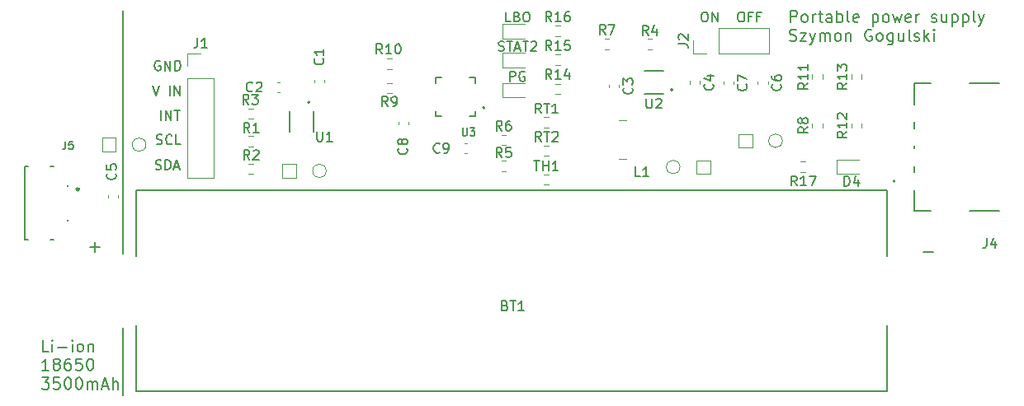
<source format=gbr>
%TF.GenerationSoftware,KiCad,Pcbnew,7.0.10*%
%TF.CreationDate,2025-04-27T19:33:47+02:00*%
%TF.ProjectId,projekt,70726f6a-656b-4742-9e6b-696361645f70,rev?*%
%TF.SameCoordinates,Original*%
%TF.FileFunction,Legend,Top*%
%TF.FilePolarity,Positive*%
%FSLAX46Y46*%
G04 Gerber Fmt 4.6, Leading zero omitted, Abs format (unit mm)*
G04 Created by KiCad (PCBNEW 7.0.10) date 2025-04-27 19:33:47*
%MOMM*%
%LPD*%
G01*
G04 APERTURE LIST*
%ADD10C,0.150000*%
%ADD11C,0.200000*%
%ADD12C,0.120000*%
%ADD13C,0.127000*%
%ADD14C,0.300000*%
G04 APERTURE END LIST*
D10*
X130000000Y-60200000D02*
X130000000Y-85200000D01*
X130000000Y-99800000D02*
X130000000Y-92800000D01*
X133936779Y-71469819D02*
X133936779Y-70469819D01*
X134412969Y-71469819D02*
X134412969Y-70469819D01*
X134412969Y-70469819D02*
X134984397Y-71469819D01*
X134984397Y-71469819D02*
X134984397Y-70469819D01*
X135317731Y-70469819D02*
X135889159Y-70469819D01*
X135603445Y-71469819D02*
X135603445Y-70469819D01*
X168589160Y-64322200D02*
X168732017Y-64369819D01*
X168732017Y-64369819D02*
X168970112Y-64369819D01*
X168970112Y-64369819D02*
X169065350Y-64322200D01*
X169065350Y-64322200D02*
X169112969Y-64274580D01*
X169112969Y-64274580D02*
X169160588Y-64179342D01*
X169160588Y-64179342D02*
X169160588Y-64084104D01*
X169160588Y-64084104D02*
X169112969Y-63988866D01*
X169112969Y-63988866D02*
X169065350Y-63941247D01*
X169065350Y-63941247D02*
X168970112Y-63893628D01*
X168970112Y-63893628D02*
X168779636Y-63846009D01*
X168779636Y-63846009D02*
X168684398Y-63798390D01*
X168684398Y-63798390D02*
X168636779Y-63750771D01*
X168636779Y-63750771D02*
X168589160Y-63655533D01*
X168589160Y-63655533D02*
X168589160Y-63560295D01*
X168589160Y-63560295D02*
X168636779Y-63465057D01*
X168636779Y-63465057D02*
X168684398Y-63417438D01*
X168684398Y-63417438D02*
X168779636Y-63369819D01*
X168779636Y-63369819D02*
X169017731Y-63369819D01*
X169017731Y-63369819D02*
X169160588Y-63417438D01*
X169446303Y-63369819D02*
X170017731Y-63369819D01*
X169732017Y-64369819D02*
X169732017Y-63369819D01*
X170303446Y-64084104D02*
X170779636Y-64084104D01*
X170208208Y-64369819D02*
X170541541Y-63369819D01*
X170541541Y-63369819D02*
X170874874Y-64369819D01*
X171065351Y-63369819D02*
X171636779Y-63369819D01*
X171351065Y-64369819D02*
X171351065Y-63369819D01*
X171922494Y-63465057D02*
X171970113Y-63417438D01*
X171970113Y-63417438D02*
X172065351Y-63369819D01*
X172065351Y-63369819D02*
X172303446Y-63369819D01*
X172303446Y-63369819D02*
X172398684Y-63417438D01*
X172398684Y-63417438D02*
X172446303Y-63465057D01*
X172446303Y-63465057D02*
X172493922Y-63560295D01*
X172493922Y-63560295D02*
X172493922Y-63655533D01*
X172493922Y-63655533D02*
X172446303Y-63798390D01*
X172446303Y-63798390D02*
X171874875Y-64369819D01*
X171874875Y-64369819D02*
X172493922Y-64369819D01*
X133389160Y-76522200D02*
X133532017Y-76569819D01*
X133532017Y-76569819D02*
X133770112Y-76569819D01*
X133770112Y-76569819D02*
X133865350Y-76522200D01*
X133865350Y-76522200D02*
X133912969Y-76474580D01*
X133912969Y-76474580D02*
X133960588Y-76379342D01*
X133960588Y-76379342D02*
X133960588Y-76284104D01*
X133960588Y-76284104D02*
X133912969Y-76188866D01*
X133912969Y-76188866D02*
X133865350Y-76141247D01*
X133865350Y-76141247D02*
X133770112Y-76093628D01*
X133770112Y-76093628D02*
X133579636Y-76046009D01*
X133579636Y-76046009D02*
X133484398Y-75998390D01*
X133484398Y-75998390D02*
X133436779Y-75950771D01*
X133436779Y-75950771D02*
X133389160Y-75855533D01*
X133389160Y-75855533D02*
X133389160Y-75760295D01*
X133389160Y-75760295D02*
X133436779Y-75665057D01*
X133436779Y-75665057D02*
X133484398Y-75617438D01*
X133484398Y-75617438D02*
X133579636Y-75569819D01*
X133579636Y-75569819D02*
X133817731Y-75569819D01*
X133817731Y-75569819D02*
X133960588Y-75617438D01*
X134389160Y-76569819D02*
X134389160Y-75569819D01*
X134389160Y-75569819D02*
X134627255Y-75569819D01*
X134627255Y-75569819D02*
X134770112Y-75617438D01*
X134770112Y-75617438D02*
X134865350Y-75712676D01*
X134865350Y-75712676D02*
X134912969Y-75807914D01*
X134912969Y-75807914D02*
X134960588Y-75998390D01*
X134960588Y-75998390D02*
X134960588Y-76141247D01*
X134960588Y-76141247D02*
X134912969Y-76331723D01*
X134912969Y-76331723D02*
X134865350Y-76426961D01*
X134865350Y-76426961D02*
X134770112Y-76522200D01*
X134770112Y-76522200D02*
X134627255Y-76569819D01*
X134627255Y-76569819D02*
X134389160Y-76569819D01*
X135341541Y-76284104D02*
X135817731Y-76284104D01*
X135246303Y-76569819D02*
X135579636Y-75569819D01*
X135579636Y-75569819D02*
X135912969Y-76569819D01*
X133860588Y-65417438D02*
X133765350Y-65369819D01*
X133765350Y-65369819D02*
X133622493Y-65369819D01*
X133622493Y-65369819D02*
X133479636Y-65417438D01*
X133479636Y-65417438D02*
X133384398Y-65512676D01*
X133384398Y-65512676D02*
X133336779Y-65607914D01*
X133336779Y-65607914D02*
X133289160Y-65798390D01*
X133289160Y-65798390D02*
X133289160Y-65941247D01*
X133289160Y-65941247D02*
X133336779Y-66131723D01*
X133336779Y-66131723D02*
X133384398Y-66226961D01*
X133384398Y-66226961D02*
X133479636Y-66322200D01*
X133479636Y-66322200D02*
X133622493Y-66369819D01*
X133622493Y-66369819D02*
X133717731Y-66369819D01*
X133717731Y-66369819D02*
X133860588Y-66322200D01*
X133860588Y-66322200D02*
X133908207Y-66274580D01*
X133908207Y-66274580D02*
X133908207Y-65941247D01*
X133908207Y-65941247D02*
X133717731Y-65941247D01*
X134336779Y-66369819D02*
X134336779Y-65369819D01*
X134336779Y-65369819D02*
X134908207Y-66369819D01*
X134908207Y-66369819D02*
X134908207Y-65369819D01*
X135384398Y-66369819D02*
X135384398Y-65369819D01*
X135384398Y-65369819D02*
X135622493Y-65369819D01*
X135622493Y-65369819D02*
X135765350Y-65417438D01*
X135765350Y-65417438D02*
X135860588Y-65512676D01*
X135860588Y-65512676D02*
X135908207Y-65607914D01*
X135908207Y-65607914D02*
X135955826Y-65798390D01*
X135955826Y-65798390D02*
X135955826Y-65941247D01*
X135955826Y-65941247D02*
X135908207Y-66131723D01*
X135908207Y-66131723D02*
X135860588Y-66226961D01*
X135860588Y-66226961D02*
X135765350Y-66322200D01*
X135765350Y-66322200D02*
X135622493Y-66369819D01*
X135622493Y-66369819D02*
X135384398Y-66369819D01*
X169736779Y-67469819D02*
X169736779Y-66469819D01*
X169736779Y-66469819D02*
X170117731Y-66469819D01*
X170117731Y-66469819D02*
X170212969Y-66517438D01*
X170212969Y-66517438D02*
X170260588Y-66565057D01*
X170260588Y-66565057D02*
X170308207Y-66660295D01*
X170308207Y-66660295D02*
X170308207Y-66803152D01*
X170308207Y-66803152D02*
X170260588Y-66898390D01*
X170260588Y-66898390D02*
X170212969Y-66946009D01*
X170212969Y-66946009D02*
X170117731Y-66993628D01*
X170117731Y-66993628D02*
X169736779Y-66993628D01*
X171260588Y-66517438D02*
X171165350Y-66469819D01*
X171165350Y-66469819D02*
X171022493Y-66469819D01*
X171022493Y-66469819D02*
X170879636Y-66517438D01*
X170879636Y-66517438D02*
X170784398Y-66612676D01*
X170784398Y-66612676D02*
X170736779Y-66707914D01*
X170736779Y-66707914D02*
X170689160Y-66898390D01*
X170689160Y-66898390D02*
X170689160Y-67041247D01*
X170689160Y-67041247D02*
X170736779Y-67231723D01*
X170736779Y-67231723D02*
X170784398Y-67326961D01*
X170784398Y-67326961D02*
X170879636Y-67422200D01*
X170879636Y-67422200D02*
X171022493Y-67469819D01*
X171022493Y-67469819D02*
X171117731Y-67469819D01*
X171117731Y-67469819D02*
X171260588Y-67422200D01*
X171260588Y-67422200D02*
X171308207Y-67374580D01*
X171308207Y-67374580D02*
X171308207Y-67041247D01*
X171308207Y-67041247D02*
X171117731Y-67041247D01*
X169827969Y-61369819D02*
X169351779Y-61369819D01*
X169351779Y-61369819D02*
X169351779Y-60369819D01*
X170494636Y-60846009D02*
X170637493Y-60893628D01*
X170637493Y-60893628D02*
X170685112Y-60941247D01*
X170685112Y-60941247D02*
X170732731Y-61036485D01*
X170732731Y-61036485D02*
X170732731Y-61179342D01*
X170732731Y-61179342D02*
X170685112Y-61274580D01*
X170685112Y-61274580D02*
X170637493Y-61322200D01*
X170637493Y-61322200D02*
X170542255Y-61369819D01*
X170542255Y-61369819D02*
X170161303Y-61369819D01*
X170161303Y-61369819D02*
X170161303Y-60369819D01*
X170161303Y-60369819D02*
X170494636Y-60369819D01*
X170494636Y-60369819D02*
X170589874Y-60417438D01*
X170589874Y-60417438D02*
X170637493Y-60465057D01*
X170637493Y-60465057D02*
X170685112Y-60560295D01*
X170685112Y-60560295D02*
X170685112Y-60655533D01*
X170685112Y-60655533D02*
X170637493Y-60750771D01*
X170637493Y-60750771D02*
X170589874Y-60798390D01*
X170589874Y-60798390D02*
X170494636Y-60846009D01*
X170494636Y-60846009D02*
X170161303Y-60846009D01*
X171351779Y-60369819D02*
X171542255Y-60369819D01*
X171542255Y-60369819D02*
X171637493Y-60417438D01*
X171637493Y-60417438D02*
X171732731Y-60512676D01*
X171732731Y-60512676D02*
X171780350Y-60703152D01*
X171780350Y-60703152D02*
X171780350Y-61036485D01*
X171780350Y-61036485D02*
X171732731Y-61226961D01*
X171732731Y-61226961D02*
X171637493Y-61322200D01*
X171637493Y-61322200D02*
X171542255Y-61369819D01*
X171542255Y-61369819D02*
X171351779Y-61369819D01*
X171351779Y-61369819D02*
X171256541Y-61322200D01*
X171256541Y-61322200D02*
X171161303Y-61226961D01*
X171161303Y-61226961D02*
X171113684Y-61036485D01*
X171113684Y-61036485D02*
X171113684Y-60703152D01*
X171113684Y-60703152D02*
X171161303Y-60512676D01*
X171161303Y-60512676D02*
X171256541Y-60417438D01*
X171256541Y-60417438D02*
X171351779Y-60369819D01*
X133093922Y-67969819D02*
X133427255Y-68969819D01*
X133427255Y-68969819D02*
X133760588Y-67969819D01*
X134855827Y-68969819D02*
X134855827Y-67969819D01*
X135332017Y-68969819D02*
X135332017Y-67969819D01*
X135332017Y-67969819D02*
X135903445Y-68969819D01*
X135903445Y-68969819D02*
X135903445Y-67969819D01*
X133489160Y-73922200D02*
X133632017Y-73969819D01*
X133632017Y-73969819D02*
X133870112Y-73969819D01*
X133870112Y-73969819D02*
X133965350Y-73922200D01*
X133965350Y-73922200D02*
X134012969Y-73874580D01*
X134012969Y-73874580D02*
X134060588Y-73779342D01*
X134060588Y-73779342D02*
X134060588Y-73684104D01*
X134060588Y-73684104D02*
X134012969Y-73588866D01*
X134012969Y-73588866D02*
X133965350Y-73541247D01*
X133965350Y-73541247D02*
X133870112Y-73493628D01*
X133870112Y-73493628D02*
X133679636Y-73446009D01*
X133679636Y-73446009D02*
X133584398Y-73398390D01*
X133584398Y-73398390D02*
X133536779Y-73350771D01*
X133536779Y-73350771D02*
X133489160Y-73255533D01*
X133489160Y-73255533D02*
X133489160Y-73160295D01*
X133489160Y-73160295D02*
X133536779Y-73065057D01*
X133536779Y-73065057D02*
X133584398Y-73017438D01*
X133584398Y-73017438D02*
X133679636Y-72969819D01*
X133679636Y-72969819D02*
X133917731Y-72969819D01*
X133917731Y-72969819D02*
X134060588Y-73017438D01*
X135060588Y-73874580D02*
X135012969Y-73922200D01*
X135012969Y-73922200D02*
X134870112Y-73969819D01*
X134870112Y-73969819D02*
X134774874Y-73969819D01*
X134774874Y-73969819D02*
X134632017Y-73922200D01*
X134632017Y-73922200D02*
X134536779Y-73826961D01*
X134536779Y-73826961D02*
X134489160Y-73731723D01*
X134489160Y-73731723D02*
X134441541Y-73541247D01*
X134441541Y-73541247D02*
X134441541Y-73398390D01*
X134441541Y-73398390D02*
X134489160Y-73207914D01*
X134489160Y-73207914D02*
X134536779Y-73112676D01*
X134536779Y-73112676D02*
X134632017Y-73017438D01*
X134632017Y-73017438D02*
X134774874Y-72969819D01*
X134774874Y-72969819D02*
X134870112Y-72969819D01*
X134870112Y-72969819D02*
X135012969Y-73017438D01*
X135012969Y-73017438D02*
X135060588Y-73065057D01*
X135965350Y-73969819D02*
X135489160Y-73969819D01*
X135489160Y-73969819D02*
X135489160Y-72969819D01*
D11*
X122388720Y-95278742D02*
X121817292Y-95278742D01*
X121817292Y-95278742D02*
X121817292Y-94078742D01*
X122788721Y-95278742D02*
X122788721Y-94478742D01*
X122788721Y-94078742D02*
X122731578Y-94135885D01*
X122731578Y-94135885D02*
X122788721Y-94193028D01*
X122788721Y-94193028D02*
X122845864Y-94135885D01*
X122845864Y-94135885D02*
X122788721Y-94078742D01*
X122788721Y-94078742D02*
X122788721Y-94193028D01*
X123360150Y-94821600D02*
X124274436Y-94821600D01*
X124845864Y-95278742D02*
X124845864Y-94478742D01*
X124845864Y-94078742D02*
X124788721Y-94135885D01*
X124788721Y-94135885D02*
X124845864Y-94193028D01*
X124845864Y-94193028D02*
X124903007Y-94135885D01*
X124903007Y-94135885D02*
X124845864Y-94078742D01*
X124845864Y-94078742D02*
X124845864Y-94193028D01*
X125588721Y-95278742D02*
X125474436Y-95221600D01*
X125474436Y-95221600D02*
X125417293Y-95164457D01*
X125417293Y-95164457D02*
X125360150Y-95050171D01*
X125360150Y-95050171D02*
X125360150Y-94707314D01*
X125360150Y-94707314D02*
X125417293Y-94593028D01*
X125417293Y-94593028D02*
X125474436Y-94535885D01*
X125474436Y-94535885D02*
X125588721Y-94478742D01*
X125588721Y-94478742D02*
X125760150Y-94478742D01*
X125760150Y-94478742D02*
X125874436Y-94535885D01*
X125874436Y-94535885D02*
X125931579Y-94593028D01*
X125931579Y-94593028D02*
X125988721Y-94707314D01*
X125988721Y-94707314D02*
X125988721Y-95050171D01*
X125988721Y-95050171D02*
X125931579Y-95164457D01*
X125931579Y-95164457D02*
X125874436Y-95221600D01*
X125874436Y-95221600D02*
X125760150Y-95278742D01*
X125760150Y-95278742D02*
X125588721Y-95278742D01*
X126503007Y-94478742D02*
X126503007Y-95278742D01*
X126503007Y-94593028D02*
X126560150Y-94535885D01*
X126560150Y-94535885D02*
X126674435Y-94478742D01*
X126674435Y-94478742D02*
X126845864Y-94478742D01*
X126845864Y-94478742D02*
X126960150Y-94535885D01*
X126960150Y-94535885D02*
X127017293Y-94650171D01*
X127017293Y-94650171D02*
X127017293Y-95278742D01*
X122445863Y-97210742D02*
X121760149Y-97210742D01*
X122103006Y-97210742D02*
X122103006Y-96010742D01*
X122103006Y-96010742D02*
X121988720Y-96182171D01*
X121988720Y-96182171D02*
X121874435Y-96296457D01*
X121874435Y-96296457D02*
X121760149Y-96353600D01*
X123131577Y-96525028D02*
X123017292Y-96467885D01*
X123017292Y-96467885D02*
X122960149Y-96410742D01*
X122960149Y-96410742D02*
X122903006Y-96296457D01*
X122903006Y-96296457D02*
X122903006Y-96239314D01*
X122903006Y-96239314D02*
X122960149Y-96125028D01*
X122960149Y-96125028D02*
X123017292Y-96067885D01*
X123017292Y-96067885D02*
X123131577Y-96010742D01*
X123131577Y-96010742D02*
X123360149Y-96010742D01*
X123360149Y-96010742D02*
X123474435Y-96067885D01*
X123474435Y-96067885D02*
X123531577Y-96125028D01*
X123531577Y-96125028D02*
X123588720Y-96239314D01*
X123588720Y-96239314D02*
X123588720Y-96296457D01*
X123588720Y-96296457D02*
X123531577Y-96410742D01*
X123531577Y-96410742D02*
X123474435Y-96467885D01*
X123474435Y-96467885D02*
X123360149Y-96525028D01*
X123360149Y-96525028D02*
X123131577Y-96525028D01*
X123131577Y-96525028D02*
X123017292Y-96582171D01*
X123017292Y-96582171D02*
X122960149Y-96639314D01*
X122960149Y-96639314D02*
X122903006Y-96753600D01*
X122903006Y-96753600D02*
X122903006Y-96982171D01*
X122903006Y-96982171D02*
X122960149Y-97096457D01*
X122960149Y-97096457D02*
X123017292Y-97153600D01*
X123017292Y-97153600D02*
X123131577Y-97210742D01*
X123131577Y-97210742D02*
X123360149Y-97210742D01*
X123360149Y-97210742D02*
X123474435Y-97153600D01*
X123474435Y-97153600D02*
X123531577Y-97096457D01*
X123531577Y-97096457D02*
X123588720Y-96982171D01*
X123588720Y-96982171D02*
X123588720Y-96753600D01*
X123588720Y-96753600D02*
X123531577Y-96639314D01*
X123531577Y-96639314D02*
X123474435Y-96582171D01*
X123474435Y-96582171D02*
X123360149Y-96525028D01*
X124617292Y-96010742D02*
X124388720Y-96010742D01*
X124388720Y-96010742D02*
X124274434Y-96067885D01*
X124274434Y-96067885D02*
X124217292Y-96125028D01*
X124217292Y-96125028D02*
X124103006Y-96296457D01*
X124103006Y-96296457D02*
X124045863Y-96525028D01*
X124045863Y-96525028D02*
X124045863Y-96982171D01*
X124045863Y-96982171D02*
X124103006Y-97096457D01*
X124103006Y-97096457D02*
X124160149Y-97153600D01*
X124160149Y-97153600D02*
X124274434Y-97210742D01*
X124274434Y-97210742D02*
X124503006Y-97210742D01*
X124503006Y-97210742D02*
X124617292Y-97153600D01*
X124617292Y-97153600D02*
X124674434Y-97096457D01*
X124674434Y-97096457D02*
X124731577Y-96982171D01*
X124731577Y-96982171D02*
X124731577Y-96696457D01*
X124731577Y-96696457D02*
X124674434Y-96582171D01*
X124674434Y-96582171D02*
X124617292Y-96525028D01*
X124617292Y-96525028D02*
X124503006Y-96467885D01*
X124503006Y-96467885D02*
X124274434Y-96467885D01*
X124274434Y-96467885D02*
X124160149Y-96525028D01*
X124160149Y-96525028D02*
X124103006Y-96582171D01*
X124103006Y-96582171D02*
X124045863Y-96696457D01*
X125817291Y-96010742D02*
X125245863Y-96010742D01*
X125245863Y-96010742D02*
X125188720Y-96582171D01*
X125188720Y-96582171D02*
X125245863Y-96525028D01*
X125245863Y-96525028D02*
X125360149Y-96467885D01*
X125360149Y-96467885D02*
X125645863Y-96467885D01*
X125645863Y-96467885D02*
X125760149Y-96525028D01*
X125760149Y-96525028D02*
X125817291Y-96582171D01*
X125817291Y-96582171D02*
X125874434Y-96696457D01*
X125874434Y-96696457D02*
X125874434Y-96982171D01*
X125874434Y-96982171D02*
X125817291Y-97096457D01*
X125817291Y-97096457D02*
X125760149Y-97153600D01*
X125760149Y-97153600D02*
X125645863Y-97210742D01*
X125645863Y-97210742D02*
X125360149Y-97210742D01*
X125360149Y-97210742D02*
X125245863Y-97153600D01*
X125245863Y-97153600D02*
X125188720Y-97096457D01*
X126617291Y-96010742D02*
X126731577Y-96010742D01*
X126731577Y-96010742D02*
X126845863Y-96067885D01*
X126845863Y-96067885D02*
X126903006Y-96125028D01*
X126903006Y-96125028D02*
X126960148Y-96239314D01*
X126960148Y-96239314D02*
X127017291Y-96467885D01*
X127017291Y-96467885D02*
X127017291Y-96753600D01*
X127017291Y-96753600D02*
X126960148Y-96982171D01*
X126960148Y-96982171D02*
X126903006Y-97096457D01*
X126903006Y-97096457D02*
X126845863Y-97153600D01*
X126845863Y-97153600D02*
X126731577Y-97210742D01*
X126731577Y-97210742D02*
X126617291Y-97210742D01*
X126617291Y-97210742D02*
X126503006Y-97153600D01*
X126503006Y-97153600D02*
X126445863Y-97096457D01*
X126445863Y-97096457D02*
X126388720Y-96982171D01*
X126388720Y-96982171D02*
X126331577Y-96753600D01*
X126331577Y-96753600D02*
X126331577Y-96467885D01*
X126331577Y-96467885D02*
X126388720Y-96239314D01*
X126388720Y-96239314D02*
X126445863Y-96125028D01*
X126445863Y-96125028D02*
X126503006Y-96067885D01*
X126503006Y-96067885D02*
X126617291Y-96010742D01*
X121703006Y-97942742D02*
X122445863Y-97942742D01*
X122445863Y-97942742D02*
X122045863Y-98399885D01*
X122045863Y-98399885D02*
X122217292Y-98399885D01*
X122217292Y-98399885D02*
X122331578Y-98457028D01*
X122331578Y-98457028D02*
X122388720Y-98514171D01*
X122388720Y-98514171D02*
X122445863Y-98628457D01*
X122445863Y-98628457D02*
X122445863Y-98914171D01*
X122445863Y-98914171D02*
X122388720Y-99028457D01*
X122388720Y-99028457D02*
X122331578Y-99085600D01*
X122331578Y-99085600D02*
X122217292Y-99142742D01*
X122217292Y-99142742D02*
X121874435Y-99142742D01*
X121874435Y-99142742D02*
X121760149Y-99085600D01*
X121760149Y-99085600D02*
X121703006Y-99028457D01*
X123531577Y-97942742D02*
X122960149Y-97942742D01*
X122960149Y-97942742D02*
X122903006Y-98514171D01*
X122903006Y-98514171D02*
X122960149Y-98457028D01*
X122960149Y-98457028D02*
X123074435Y-98399885D01*
X123074435Y-98399885D02*
X123360149Y-98399885D01*
X123360149Y-98399885D02*
X123474435Y-98457028D01*
X123474435Y-98457028D02*
X123531577Y-98514171D01*
X123531577Y-98514171D02*
X123588720Y-98628457D01*
X123588720Y-98628457D02*
X123588720Y-98914171D01*
X123588720Y-98914171D02*
X123531577Y-99028457D01*
X123531577Y-99028457D02*
X123474435Y-99085600D01*
X123474435Y-99085600D02*
X123360149Y-99142742D01*
X123360149Y-99142742D02*
X123074435Y-99142742D01*
X123074435Y-99142742D02*
X122960149Y-99085600D01*
X122960149Y-99085600D02*
X122903006Y-99028457D01*
X124331577Y-97942742D02*
X124445863Y-97942742D01*
X124445863Y-97942742D02*
X124560149Y-97999885D01*
X124560149Y-97999885D02*
X124617292Y-98057028D01*
X124617292Y-98057028D02*
X124674434Y-98171314D01*
X124674434Y-98171314D02*
X124731577Y-98399885D01*
X124731577Y-98399885D02*
X124731577Y-98685600D01*
X124731577Y-98685600D02*
X124674434Y-98914171D01*
X124674434Y-98914171D02*
X124617292Y-99028457D01*
X124617292Y-99028457D02*
X124560149Y-99085600D01*
X124560149Y-99085600D02*
X124445863Y-99142742D01*
X124445863Y-99142742D02*
X124331577Y-99142742D01*
X124331577Y-99142742D02*
X124217292Y-99085600D01*
X124217292Y-99085600D02*
X124160149Y-99028457D01*
X124160149Y-99028457D02*
X124103006Y-98914171D01*
X124103006Y-98914171D02*
X124045863Y-98685600D01*
X124045863Y-98685600D02*
X124045863Y-98399885D01*
X124045863Y-98399885D02*
X124103006Y-98171314D01*
X124103006Y-98171314D02*
X124160149Y-98057028D01*
X124160149Y-98057028D02*
X124217292Y-97999885D01*
X124217292Y-97999885D02*
X124331577Y-97942742D01*
X125474434Y-97942742D02*
X125588720Y-97942742D01*
X125588720Y-97942742D02*
X125703006Y-97999885D01*
X125703006Y-97999885D02*
X125760149Y-98057028D01*
X125760149Y-98057028D02*
X125817291Y-98171314D01*
X125817291Y-98171314D02*
X125874434Y-98399885D01*
X125874434Y-98399885D02*
X125874434Y-98685600D01*
X125874434Y-98685600D02*
X125817291Y-98914171D01*
X125817291Y-98914171D02*
X125760149Y-99028457D01*
X125760149Y-99028457D02*
X125703006Y-99085600D01*
X125703006Y-99085600D02*
X125588720Y-99142742D01*
X125588720Y-99142742D02*
X125474434Y-99142742D01*
X125474434Y-99142742D02*
X125360149Y-99085600D01*
X125360149Y-99085600D02*
X125303006Y-99028457D01*
X125303006Y-99028457D02*
X125245863Y-98914171D01*
X125245863Y-98914171D02*
X125188720Y-98685600D01*
X125188720Y-98685600D02*
X125188720Y-98399885D01*
X125188720Y-98399885D02*
X125245863Y-98171314D01*
X125245863Y-98171314D02*
X125303006Y-98057028D01*
X125303006Y-98057028D02*
X125360149Y-97999885D01*
X125360149Y-97999885D02*
X125474434Y-97942742D01*
X126388720Y-99142742D02*
X126388720Y-98342742D01*
X126388720Y-98457028D02*
X126445863Y-98399885D01*
X126445863Y-98399885D02*
X126560148Y-98342742D01*
X126560148Y-98342742D02*
X126731577Y-98342742D01*
X126731577Y-98342742D02*
X126845863Y-98399885D01*
X126845863Y-98399885D02*
X126903006Y-98514171D01*
X126903006Y-98514171D02*
X126903006Y-99142742D01*
X126903006Y-98514171D02*
X126960148Y-98399885D01*
X126960148Y-98399885D02*
X127074434Y-98342742D01*
X127074434Y-98342742D02*
X127245863Y-98342742D01*
X127245863Y-98342742D02*
X127360148Y-98399885D01*
X127360148Y-98399885D02*
X127417291Y-98514171D01*
X127417291Y-98514171D02*
X127417291Y-99142742D01*
X127931577Y-98799885D02*
X128503006Y-98799885D01*
X127817291Y-99142742D02*
X128217291Y-97942742D01*
X128217291Y-97942742D02*
X128617291Y-99142742D01*
X129017291Y-99142742D02*
X129017291Y-97942742D01*
X129531577Y-99142742D02*
X129531577Y-98514171D01*
X129531577Y-98514171D02*
X129474434Y-98399885D01*
X129474434Y-98399885D02*
X129360148Y-98342742D01*
X129360148Y-98342742D02*
X129188719Y-98342742D01*
X129188719Y-98342742D02*
X129074434Y-98399885D01*
X129074434Y-98399885D02*
X129017291Y-98457028D01*
X198517292Y-61410742D02*
X198517292Y-60210742D01*
X198517292Y-60210742D02*
X198974435Y-60210742D01*
X198974435Y-60210742D02*
X199088720Y-60267885D01*
X199088720Y-60267885D02*
X199145863Y-60325028D01*
X199145863Y-60325028D02*
X199203006Y-60439314D01*
X199203006Y-60439314D02*
X199203006Y-60610742D01*
X199203006Y-60610742D02*
X199145863Y-60725028D01*
X199145863Y-60725028D02*
X199088720Y-60782171D01*
X199088720Y-60782171D02*
X198974435Y-60839314D01*
X198974435Y-60839314D02*
X198517292Y-60839314D01*
X199888720Y-61410742D02*
X199774435Y-61353600D01*
X199774435Y-61353600D02*
X199717292Y-61296457D01*
X199717292Y-61296457D02*
X199660149Y-61182171D01*
X199660149Y-61182171D02*
X199660149Y-60839314D01*
X199660149Y-60839314D02*
X199717292Y-60725028D01*
X199717292Y-60725028D02*
X199774435Y-60667885D01*
X199774435Y-60667885D02*
X199888720Y-60610742D01*
X199888720Y-60610742D02*
X200060149Y-60610742D01*
X200060149Y-60610742D02*
X200174435Y-60667885D01*
X200174435Y-60667885D02*
X200231578Y-60725028D01*
X200231578Y-60725028D02*
X200288720Y-60839314D01*
X200288720Y-60839314D02*
X200288720Y-61182171D01*
X200288720Y-61182171D02*
X200231578Y-61296457D01*
X200231578Y-61296457D02*
X200174435Y-61353600D01*
X200174435Y-61353600D02*
X200060149Y-61410742D01*
X200060149Y-61410742D02*
X199888720Y-61410742D01*
X200803006Y-61410742D02*
X200803006Y-60610742D01*
X200803006Y-60839314D02*
X200860149Y-60725028D01*
X200860149Y-60725028D02*
X200917292Y-60667885D01*
X200917292Y-60667885D02*
X201031577Y-60610742D01*
X201031577Y-60610742D02*
X201145863Y-60610742D01*
X201374434Y-60610742D02*
X201831577Y-60610742D01*
X201545863Y-60210742D02*
X201545863Y-61239314D01*
X201545863Y-61239314D02*
X201603006Y-61353600D01*
X201603006Y-61353600D02*
X201717291Y-61410742D01*
X201717291Y-61410742D02*
X201831577Y-61410742D01*
X202745863Y-61410742D02*
X202745863Y-60782171D01*
X202745863Y-60782171D02*
X202688720Y-60667885D01*
X202688720Y-60667885D02*
X202574434Y-60610742D01*
X202574434Y-60610742D02*
X202345863Y-60610742D01*
X202345863Y-60610742D02*
X202231577Y-60667885D01*
X202745863Y-61353600D02*
X202631577Y-61410742D01*
X202631577Y-61410742D02*
X202345863Y-61410742D01*
X202345863Y-61410742D02*
X202231577Y-61353600D01*
X202231577Y-61353600D02*
X202174434Y-61239314D01*
X202174434Y-61239314D02*
X202174434Y-61125028D01*
X202174434Y-61125028D02*
X202231577Y-61010742D01*
X202231577Y-61010742D02*
X202345863Y-60953600D01*
X202345863Y-60953600D02*
X202631577Y-60953600D01*
X202631577Y-60953600D02*
X202745863Y-60896457D01*
X203317291Y-61410742D02*
X203317291Y-60210742D01*
X203317291Y-60667885D02*
X203431577Y-60610742D01*
X203431577Y-60610742D02*
X203660148Y-60610742D01*
X203660148Y-60610742D02*
X203774434Y-60667885D01*
X203774434Y-60667885D02*
X203831577Y-60725028D01*
X203831577Y-60725028D02*
X203888719Y-60839314D01*
X203888719Y-60839314D02*
X203888719Y-61182171D01*
X203888719Y-61182171D02*
X203831577Y-61296457D01*
X203831577Y-61296457D02*
X203774434Y-61353600D01*
X203774434Y-61353600D02*
X203660148Y-61410742D01*
X203660148Y-61410742D02*
X203431577Y-61410742D01*
X203431577Y-61410742D02*
X203317291Y-61353600D01*
X204574433Y-61410742D02*
X204460148Y-61353600D01*
X204460148Y-61353600D02*
X204403005Y-61239314D01*
X204403005Y-61239314D02*
X204403005Y-60210742D01*
X205488719Y-61353600D02*
X205374433Y-61410742D01*
X205374433Y-61410742D02*
X205145862Y-61410742D01*
X205145862Y-61410742D02*
X205031576Y-61353600D01*
X205031576Y-61353600D02*
X204974433Y-61239314D01*
X204974433Y-61239314D02*
X204974433Y-60782171D01*
X204974433Y-60782171D02*
X205031576Y-60667885D01*
X205031576Y-60667885D02*
X205145862Y-60610742D01*
X205145862Y-60610742D02*
X205374433Y-60610742D01*
X205374433Y-60610742D02*
X205488719Y-60667885D01*
X205488719Y-60667885D02*
X205545862Y-60782171D01*
X205545862Y-60782171D02*
X205545862Y-60896457D01*
X205545862Y-60896457D02*
X204974433Y-61010742D01*
X206974433Y-60610742D02*
X206974433Y-61810742D01*
X206974433Y-60667885D02*
X207088719Y-60610742D01*
X207088719Y-60610742D02*
X207317290Y-60610742D01*
X207317290Y-60610742D02*
X207431576Y-60667885D01*
X207431576Y-60667885D02*
X207488719Y-60725028D01*
X207488719Y-60725028D02*
X207545861Y-60839314D01*
X207545861Y-60839314D02*
X207545861Y-61182171D01*
X207545861Y-61182171D02*
X207488719Y-61296457D01*
X207488719Y-61296457D02*
X207431576Y-61353600D01*
X207431576Y-61353600D02*
X207317290Y-61410742D01*
X207317290Y-61410742D02*
X207088719Y-61410742D01*
X207088719Y-61410742D02*
X206974433Y-61353600D01*
X208231575Y-61410742D02*
X208117290Y-61353600D01*
X208117290Y-61353600D02*
X208060147Y-61296457D01*
X208060147Y-61296457D02*
X208003004Y-61182171D01*
X208003004Y-61182171D02*
X208003004Y-60839314D01*
X208003004Y-60839314D02*
X208060147Y-60725028D01*
X208060147Y-60725028D02*
X208117290Y-60667885D01*
X208117290Y-60667885D02*
X208231575Y-60610742D01*
X208231575Y-60610742D02*
X208403004Y-60610742D01*
X208403004Y-60610742D02*
X208517290Y-60667885D01*
X208517290Y-60667885D02*
X208574433Y-60725028D01*
X208574433Y-60725028D02*
X208631575Y-60839314D01*
X208631575Y-60839314D02*
X208631575Y-61182171D01*
X208631575Y-61182171D02*
X208574433Y-61296457D01*
X208574433Y-61296457D02*
X208517290Y-61353600D01*
X208517290Y-61353600D02*
X208403004Y-61410742D01*
X208403004Y-61410742D02*
X208231575Y-61410742D01*
X209031575Y-60610742D02*
X209260147Y-61410742D01*
X209260147Y-61410742D02*
X209488718Y-60839314D01*
X209488718Y-60839314D02*
X209717289Y-61410742D01*
X209717289Y-61410742D02*
X209945861Y-60610742D01*
X210860147Y-61353600D02*
X210745861Y-61410742D01*
X210745861Y-61410742D02*
X210517290Y-61410742D01*
X210517290Y-61410742D02*
X210403004Y-61353600D01*
X210403004Y-61353600D02*
X210345861Y-61239314D01*
X210345861Y-61239314D02*
X210345861Y-60782171D01*
X210345861Y-60782171D02*
X210403004Y-60667885D01*
X210403004Y-60667885D02*
X210517290Y-60610742D01*
X210517290Y-60610742D02*
X210745861Y-60610742D01*
X210745861Y-60610742D02*
X210860147Y-60667885D01*
X210860147Y-60667885D02*
X210917290Y-60782171D01*
X210917290Y-60782171D02*
X210917290Y-60896457D01*
X210917290Y-60896457D02*
X210345861Y-61010742D01*
X211431575Y-61410742D02*
X211431575Y-60610742D01*
X211431575Y-60839314D02*
X211488718Y-60725028D01*
X211488718Y-60725028D02*
X211545861Y-60667885D01*
X211545861Y-60667885D02*
X211660146Y-60610742D01*
X211660146Y-60610742D02*
X211774432Y-60610742D01*
X213031575Y-61353600D02*
X213145861Y-61410742D01*
X213145861Y-61410742D02*
X213374432Y-61410742D01*
X213374432Y-61410742D02*
X213488718Y-61353600D01*
X213488718Y-61353600D02*
X213545861Y-61239314D01*
X213545861Y-61239314D02*
X213545861Y-61182171D01*
X213545861Y-61182171D02*
X213488718Y-61067885D01*
X213488718Y-61067885D02*
X213374432Y-61010742D01*
X213374432Y-61010742D02*
X213203004Y-61010742D01*
X213203004Y-61010742D02*
X213088718Y-60953600D01*
X213088718Y-60953600D02*
X213031575Y-60839314D01*
X213031575Y-60839314D02*
X213031575Y-60782171D01*
X213031575Y-60782171D02*
X213088718Y-60667885D01*
X213088718Y-60667885D02*
X213203004Y-60610742D01*
X213203004Y-60610742D02*
X213374432Y-60610742D01*
X213374432Y-60610742D02*
X213488718Y-60667885D01*
X214574433Y-60610742D02*
X214574433Y-61410742D01*
X214060147Y-60610742D02*
X214060147Y-61239314D01*
X214060147Y-61239314D02*
X214117290Y-61353600D01*
X214117290Y-61353600D02*
X214231575Y-61410742D01*
X214231575Y-61410742D02*
X214403004Y-61410742D01*
X214403004Y-61410742D02*
X214517290Y-61353600D01*
X214517290Y-61353600D02*
X214574433Y-61296457D01*
X215145861Y-60610742D02*
X215145861Y-61810742D01*
X215145861Y-60667885D02*
X215260147Y-60610742D01*
X215260147Y-60610742D02*
X215488718Y-60610742D01*
X215488718Y-60610742D02*
X215603004Y-60667885D01*
X215603004Y-60667885D02*
X215660147Y-60725028D01*
X215660147Y-60725028D02*
X215717289Y-60839314D01*
X215717289Y-60839314D02*
X215717289Y-61182171D01*
X215717289Y-61182171D02*
X215660147Y-61296457D01*
X215660147Y-61296457D02*
X215603004Y-61353600D01*
X215603004Y-61353600D02*
X215488718Y-61410742D01*
X215488718Y-61410742D02*
X215260147Y-61410742D01*
X215260147Y-61410742D02*
X215145861Y-61353600D01*
X216231575Y-60610742D02*
X216231575Y-61810742D01*
X216231575Y-60667885D02*
X216345861Y-60610742D01*
X216345861Y-60610742D02*
X216574432Y-60610742D01*
X216574432Y-60610742D02*
X216688718Y-60667885D01*
X216688718Y-60667885D02*
X216745861Y-60725028D01*
X216745861Y-60725028D02*
X216803003Y-60839314D01*
X216803003Y-60839314D02*
X216803003Y-61182171D01*
X216803003Y-61182171D02*
X216745861Y-61296457D01*
X216745861Y-61296457D02*
X216688718Y-61353600D01*
X216688718Y-61353600D02*
X216574432Y-61410742D01*
X216574432Y-61410742D02*
X216345861Y-61410742D01*
X216345861Y-61410742D02*
X216231575Y-61353600D01*
X217488717Y-61410742D02*
X217374432Y-61353600D01*
X217374432Y-61353600D02*
X217317289Y-61239314D01*
X217317289Y-61239314D02*
X217317289Y-60210742D01*
X217831574Y-60610742D02*
X218117288Y-61410742D01*
X218403003Y-60610742D02*
X218117288Y-61410742D01*
X218117288Y-61410742D02*
X218003003Y-61696457D01*
X218003003Y-61696457D02*
X217945860Y-61753600D01*
X217945860Y-61753600D02*
X217831574Y-61810742D01*
X198460149Y-63285600D02*
X198631578Y-63342742D01*
X198631578Y-63342742D02*
X198917292Y-63342742D01*
X198917292Y-63342742D02*
X199031578Y-63285600D01*
X199031578Y-63285600D02*
X199088720Y-63228457D01*
X199088720Y-63228457D02*
X199145863Y-63114171D01*
X199145863Y-63114171D02*
X199145863Y-62999885D01*
X199145863Y-62999885D02*
X199088720Y-62885600D01*
X199088720Y-62885600D02*
X199031578Y-62828457D01*
X199031578Y-62828457D02*
X198917292Y-62771314D01*
X198917292Y-62771314D02*
X198688720Y-62714171D01*
X198688720Y-62714171D02*
X198574435Y-62657028D01*
X198574435Y-62657028D02*
X198517292Y-62599885D01*
X198517292Y-62599885D02*
X198460149Y-62485600D01*
X198460149Y-62485600D02*
X198460149Y-62371314D01*
X198460149Y-62371314D02*
X198517292Y-62257028D01*
X198517292Y-62257028D02*
X198574435Y-62199885D01*
X198574435Y-62199885D02*
X198688720Y-62142742D01*
X198688720Y-62142742D02*
X198974435Y-62142742D01*
X198974435Y-62142742D02*
X199145863Y-62199885D01*
X199545863Y-62542742D02*
X200174435Y-62542742D01*
X200174435Y-62542742D02*
X199545863Y-63342742D01*
X199545863Y-63342742D02*
X200174435Y-63342742D01*
X200517292Y-62542742D02*
X200803006Y-63342742D01*
X201088721Y-62542742D02*
X200803006Y-63342742D01*
X200803006Y-63342742D02*
X200688721Y-63628457D01*
X200688721Y-63628457D02*
X200631578Y-63685600D01*
X200631578Y-63685600D02*
X200517292Y-63742742D01*
X201545864Y-63342742D02*
X201545864Y-62542742D01*
X201545864Y-62657028D02*
X201603007Y-62599885D01*
X201603007Y-62599885D02*
X201717292Y-62542742D01*
X201717292Y-62542742D02*
X201888721Y-62542742D01*
X201888721Y-62542742D02*
X202003007Y-62599885D01*
X202003007Y-62599885D02*
X202060150Y-62714171D01*
X202060150Y-62714171D02*
X202060150Y-63342742D01*
X202060150Y-62714171D02*
X202117292Y-62599885D01*
X202117292Y-62599885D02*
X202231578Y-62542742D01*
X202231578Y-62542742D02*
X202403007Y-62542742D01*
X202403007Y-62542742D02*
X202517292Y-62599885D01*
X202517292Y-62599885D02*
X202574435Y-62714171D01*
X202574435Y-62714171D02*
X202574435Y-63342742D01*
X203317292Y-63342742D02*
X203203007Y-63285600D01*
X203203007Y-63285600D02*
X203145864Y-63228457D01*
X203145864Y-63228457D02*
X203088721Y-63114171D01*
X203088721Y-63114171D02*
X203088721Y-62771314D01*
X203088721Y-62771314D02*
X203145864Y-62657028D01*
X203145864Y-62657028D02*
X203203007Y-62599885D01*
X203203007Y-62599885D02*
X203317292Y-62542742D01*
X203317292Y-62542742D02*
X203488721Y-62542742D01*
X203488721Y-62542742D02*
X203603007Y-62599885D01*
X203603007Y-62599885D02*
X203660150Y-62657028D01*
X203660150Y-62657028D02*
X203717292Y-62771314D01*
X203717292Y-62771314D02*
X203717292Y-63114171D01*
X203717292Y-63114171D02*
X203660150Y-63228457D01*
X203660150Y-63228457D02*
X203603007Y-63285600D01*
X203603007Y-63285600D02*
X203488721Y-63342742D01*
X203488721Y-63342742D02*
X203317292Y-63342742D01*
X204231578Y-62542742D02*
X204231578Y-63342742D01*
X204231578Y-62657028D02*
X204288721Y-62599885D01*
X204288721Y-62599885D02*
X204403006Y-62542742D01*
X204403006Y-62542742D02*
X204574435Y-62542742D01*
X204574435Y-62542742D02*
X204688721Y-62599885D01*
X204688721Y-62599885D02*
X204745864Y-62714171D01*
X204745864Y-62714171D02*
X204745864Y-63342742D01*
X206860149Y-62199885D02*
X206745864Y-62142742D01*
X206745864Y-62142742D02*
X206574435Y-62142742D01*
X206574435Y-62142742D02*
X206403006Y-62199885D01*
X206403006Y-62199885D02*
X206288721Y-62314171D01*
X206288721Y-62314171D02*
X206231578Y-62428457D01*
X206231578Y-62428457D02*
X206174435Y-62657028D01*
X206174435Y-62657028D02*
X206174435Y-62828457D01*
X206174435Y-62828457D02*
X206231578Y-63057028D01*
X206231578Y-63057028D02*
X206288721Y-63171314D01*
X206288721Y-63171314D02*
X206403006Y-63285600D01*
X206403006Y-63285600D02*
X206574435Y-63342742D01*
X206574435Y-63342742D02*
X206688721Y-63342742D01*
X206688721Y-63342742D02*
X206860149Y-63285600D01*
X206860149Y-63285600D02*
X206917292Y-63228457D01*
X206917292Y-63228457D02*
X206917292Y-62828457D01*
X206917292Y-62828457D02*
X206688721Y-62828457D01*
X207603006Y-63342742D02*
X207488721Y-63285600D01*
X207488721Y-63285600D02*
X207431578Y-63228457D01*
X207431578Y-63228457D02*
X207374435Y-63114171D01*
X207374435Y-63114171D02*
X207374435Y-62771314D01*
X207374435Y-62771314D02*
X207431578Y-62657028D01*
X207431578Y-62657028D02*
X207488721Y-62599885D01*
X207488721Y-62599885D02*
X207603006Y-62542742D01*
X207603006Y-62542742D02*
X207774435Y-62542742D01*
X207774435Y-62542742D02*
X207888721Y-62599885D01*
X207888721Y-62599885D02*
X207945864Y-62657028D01*
X207945864Y-62657028D02*
X208003006Y-62771314D01*
X208003006Y-62771314D02*
X208003006Y-63114171D01*
X208003006Y-63114171D02*
X207945864Y-63228457D01*
X207945864Y-63228457D02*
X207888721Y-63285600D01*
X207888721Y-63285600D02*
X207774435Y-63342742D01*
X207774435Y-63342742D02*
X207603006Y-63342742D01*
X209031578Y-62542742D02*
X209031578Y-63514171D01*
X209031578Y-63514171D02*
X208974435Y-63628457D01*
X208974435Y-63628457D02*
X208917292Y-63685600D01*
X208917292Y-63685600D02*
X208803006Y-63742742D01*
X208803006Y-63742742D02*
X208631578Y-63742742D01*
X208631578Y-63742742D02*
X208517292Y-63685600D01*
X209031578Y-63285600D02*
X208917292Y-63342742D01*
X208917292Y-63342742D02*
X208688720Y-63342742D01*
X208688720Y-63342742D02*
X208574435Y-63285600D01*
X208574435Y-63285600D02*
X208517292Y-63228457D01*
X208517292Y-63228457D02*
X208460149Y-63114171D01*
X208460149Y-63114171D02*
X208460149Y-62771314D01*
X208460149Y-62771314D02*
X208517292Y-62657028D01*
X208517292Y-62657028D02*
X208574435Y-62599885D01*
X208574435Y-62599885D02*
X208688720Y-62542742D01*
X208688720Y-62542742D02*
X208917292Y-62542742D01*
X208917292Y-62542742D02*
X209031578Y-62599885D01*
X210117292Y-62542742D02*
X210117292Y-63342742D01*
X209603006Y-62542742D02*
X209603006Y-63171314D01*
X209603006Y-63171314D02*
X209660149Y-63285600D01*
X209660149Y-63285600D02*
X209774434Y-63342742D01*
X209774434Y-63342742D02*
X209945863Y-63342742D01*
X209945863Y-63342742D02*
X210060149Y-63285600D01*
X210060149Y-63285600D02*
X210117292Y-63228457D01*
X210860148Y-63342742D02*
X210745863Y-63285600D01*
X210745863Y-63285600D02*
X210688720Y-63171314D01*
X210688720Y-63171314D02*
X210688720Y-62142742D01*
X211260148Y-63285600D02*
X211374434Y-63342742D01*
X211374434Y-63342742D02*
X211603005Y-63342742D01*
X211603005Y-63342742D02*
X211717291Y-63285600D01*
X211717291Y-63285600D02*
X211774434Y-63171314D01*
X211774434Y-63171314D02*
X211774434Y-63114171D01*
X211774434Y-63114171D02*
X211717291Y-62999885D01*
X211717291Y-62999885D02*
X211603005Y-62942742D01*
X211603005Y-62942742D02*
X211431577Y-62942742D01*
X211431577Y-62942742D02*
X211317291Y-62885600D01*
X211317291Y-62885600D02*
X211260148Y-62771314D01*
X211260148Y-62771314D02*
X211260148Y-62714171D01*
X211260148Y-62714171D02*
X211317291Y-62599885D01*
X211317291Y-62599885D02*
X211431577Y-62542742D01*
X211431577Y-62542742D02*
X211603005Y-62542742D01*
X211603005Y-62542742D02*
X211717291Y-62599885D01*
X212288720Y-63342742D02*
X212288720Y-62142742D01*
X212403006Y-62885600D02*
X212745863Y-63342742D01*
X212745863Y-62542742D02*
X212288720Y-62999885D01*
X213260149Y-63342742D02*
X213260149Y-62542742D01*
X213260149Y-62142742D02*
X213203006Y-62199885D01*
X213203006Y-62199885D02*
X213260149Y-62257028D01*
X213260149Y-62257028D02*
X213317292Y-62199885D01*
X213317292Y-62199885D02*
X213260149Y-62142742D01*
X213260149Y-62142742D02*
X213260149Y-62257028D01*
D10*
X189627255Y-60369819D02*
X189817731Y-60369819D01*
X189817731Y-60369819D02*
X189912969Y-60417438D01*
X189912969Y-60417438D02*
X190008207Y-60512676D01*
X190008207Y-60512676D02*
X190055826Y-60703152D01*
X190055826Y-60703152D02*
X190055826Y-61036485D01*
X190055826Y-61036485D02*
X190008207Y-61226961D01*
X190008207Y-61226961D02*
X189912969Y-61322200D01*
X189912969Y-61322200D02*
X189817731Y-61369819D01*
X189817731Y-61369819D02*
X189627255Y-61369819D01*
X189627255Y-61369819D02*
X189532017Y-61322200D01*
X189532017Y-61322200D02*
X189436779Y-61226961D01*
X189436779Y-61226961D02*
X189389160Y-61036485D01*
X189389160Y-61036485D02*
X189389160Y-60703152D01*
X189389160Y-60703152D02*
X189436779Y-60512676D01*
X189436779Y-60512676D02*
X189532017Y-60417438D01*
X189532017Y-60417438D02*
X189627255Y-60369819D01*
X190484398Y-61369819D02*
X190484398Y-60369819D01*
X190484398Y-60369819D02*
X191055826Y-61369819D01*
X191055826Y-61369819D02*
X191055826Y-60369819D01*
X193389159Y-60369819D02*
X193579635Y-60369819D01*
X193579635Y-60369819D02*
X193674873Y-60417438D01*
X193674873Y-60417438D02*
X193770111Y-60512676D01*
X193770111Y-60512676D02*
X193817730Y-60703152D01*
X193817730Y-60703152D02*
X193817730Y-61036485D01*
X193817730Y-61036485D02*
X193770111Y-61226961D01*
X193770111Y-61226961D02*
X193674873Y-61322200D01*
X193674873Y-61322200D02*
X193579635Y-61369819D01*
X193579635Y-61369819D02*
X193389159Y-61369819D01*
X193389159Y-61369819D02*
X193293921Y-61322200D01*
X193293921Y-61322200D02*
X193198683Y-61226961D01*
X193198683Y-61226961D02*
X193151064Y-61036485D01*
X193151064Y-61036485D02*
X193151064Y-60703152D01*
X193151064Y-60703152D02*
X193198683Y-60512676D01*
X193198683Y-60512676D02*
X193293921Y-60417438D01*
X193293921Y-60417438D02*
X193389159Y-60369819D01*
X194579635Y-60846009D02*
X194246302Y-60846009D01*
X194246302Y-61369819D02*
X194246302Y-60369819D01*
X194246302Y-60369819D02*
X194722492Y-60369819D01*
X195436778Y-60846009D02*
X195103445Y-60846009D01*
X195103445Y-61369819D02*
X195103445Y-60369819D01*
X195103445Y-60369819D02*
X195579635Y-60369819D01*
X143033333Y-75554819D02*
X142700000Y-75078628D01*
X142461905Y-75554819D02*
X142461905Y-74554819D01*
X142461905Y-74554819D02*
X142842857Y-74554819D01*
X142842857Y-74554819D02*
X142938095Y-74602438D01*
X142938095Y-74602438D02*
X142985714Y-74650057D01*
X142985714Y-74650057D02*
X143033333Y-74745295D01*
X143033333Y-74745295D02*
X143033333Y-74888152D01*
X143033333Y-74888152D02*
X142985714Y-74983390D01*
X142985714Y-74983390D02*
X142938095Y-75031009D01*
X142938095Y-75031009D02*
X142842857Y-75078628D01*
X142842857Y-75078628D02*
X142461905Y-75078628D01*
X143414286Y-74650057D02*
X143461905Y-74602438D01*
X143461905Y-74602438D02*
X143557143Y-74554819D01*
X143557143Y-74554819D02*
X143795238Y-74554819D01*
X143795238Y-74554819D02*
X143890476Y-74602438D01*
X143890476Y-74602438D02*
X143938095Y-74650057D01*
X143938095Y-74650057D02*
X143985714Y-74745295D01*
X143985714Y-74745295D02*
X143985714Y-74840533D01*
X143985714Y-74840533D02*
X143938095Y-74983390D01*
X143938095Y-74983390D02*
X143366667Y-75554819D01*
X143366667Y-75554819D02*
X143985714Y-75554819D01*
X169249285Y-90531009D02*
X169392142Y-90578628D01*
X169392142Y-90578628D02*
X169439761Y-90626247D01*
X169439761Y-90626247D02*
X169487380Y-90721485D01*
X169487380Y-90721485D02*
X169487380Y-90864342D01*
X169487380Y-90864342D02*
X169439761Y-90959580D01*
X169439761Y-90959580D02*
X169392142Y-91007200D01*
X169392142Y-91007200D02*
X169296904Y-91054819D01*
X169296904Y-91054819D02*
X168915952Y-91054819D01*
X168915952Y-91054819D02*
X168915952Y-90054819D01*
X168915952Y-90054819D02*
X169249285Y-90054819D01*
X169249285Y-90054819D02*
X169344523Y-90102438D01*
X169344523Y-90102438D02*
X169392142Y-90150057D01*
X169392142Y-90150057D02*
X169439761Y-90245295D01*
X169439761Y-90245295D02*
X169439761Y-90340533D01*
X169439761Y-90340533D02*
X169392142Y-90435771D01*
X169392142Y-90435771D02*
X169344523Y-90483390D01*
X169344523Y-90483390D02*
X169249285Y-90531009D01*
X169249285Y-90531009D02*
X168915952Y-90531009D01*
X169773095Y-90054819D02*
X170344523Y-90054819D01*
X170058809Y-91054819D02*
X170058809Y-90054819D01*
X171201666Y-91054819D02*
X170630238Y-91054819D01*
X170915952Y-91054819D02*
X170915952Y-90054819D01*
X170915952Y-90054819D02*
X170820714Y-90197676D01*
X170820714Y-90197676D02*
X170725476Y-90292914D01*
X170725476Y-90292914D02*
X170630238Y-90340533D01*
X143033333Y-72754819D02*
X142700000Y-72278628D01*
X142461905Y-72754819D02*
X142461905Y-71754819D01*
X142461905Y-71754819D02*
X142842857Y-71754819D01*
X142842857Y-71754819D02*
X142938095Y-71802438D01*
X142938095Y-71802438D02*
X142985714Y-71850057D01*
X142985714Y-71850057D02*
X143033333Y-71945295D01*
X143033333Y-71945295D02*
X143033333Y-72088152D01*
X143033333Y-72088152D02*
X142985714Y-72183390D01*
X142985714Y-72183390D02*
X142938095Y-72231009D01*
X142938095Y-72231009D02*
X142842857Y-72278628D01*
X142842857Y-72278628D02*
X142461905Y-72278628D01*
X143985714Y-72754819D02*
X143414286Y-72754819D01*
X143700000Y-72754819D02*
X143700000Y-71754819D01*
X143700000Y-71754819D02*
X143604762Y-71897676D01*
X143604762Y-71897676D02*
X143509524Y-71992914D01*
X143509524Y-71992914D02*
X143414286Y-72040533D01*
X174007142Y-61324819D02*
X173673809Y-60848628D01*
X173435714Y-61324819D02*
X173435714Y-60324819D01*
X173435714Y-60324819D02*
X173816666Y-60324819D01*
X173816666Y-60324819D02*
X173911904Y-60372438D01*
X173911904Y-60372438D02*
X173959523Y-60420057D01*
X173959523Y-60420057D02*
X174007142Y-60515295D01*
X174007142Y-60515295D02*
X174007142Y-60658152D01*
X174007142Y-60658152D02*
X173959523Y-60753390D01*
X173959523Y-60753390D02*
X173911904Y-60801009D01*
X173911904Y-60801009D02*
X173816666Y-60848628D01*
X173816666Y-60848628D02*
X173435714Y-60848628D01*
X174959523Y-61324819D02*
X174388095Y-61324819D01*
X174673809Y-61324819D02*
X174673809Y-60324819D01*
X174673809Y-60324819D02*
X174578571Y-60467676D01*
X174578571Y-60467676D02*
X174483333Y-60562914D01*
X174483333Y-60562914D02*
X174388095Y-60610533D01*
X175816666Y-60324819D02*
X175626190Y-60324819D01*
X175626190Y-60324819D02*
X175530952Y-60372438D01*
X175530952Y-60372438D02*
X175483333Y-60420057D01*
X175483333Y-60420057D02*
X175388095Y-60562914D01*
X175388095Y-60562914D02*
X175340476Y-60753390D01*
X175340476Y-60753390D02*
X175340476Y-61134342D01*
X175340476Y-61134342D02*
X175388095Y-61229580D01*
X175388095Y-61229580D02*
X175435714Y-61277200D01*
X175435714Y-61277200D02*
X175530952Y-61324819D01*
X175530952Y-61324819D02*
X175721428Y-61324819D01*
X175721428Y-61324819D02*
X175816666Y-61277200D01*
X175816666Y-61277200D02*
X175864285Y-61229580D01*
X175864285Y-61229580D02*
X175911904Y-61134342D01*
X175911904Y-61134342D02*
X175911904Y-60896247D01*
X175911904Y-60896247D02*
X175864285Y-60801009D01*
X175864285Y-60801009D02*
X175816666Y-60753390D01*
X175816666Y-60753390D02*
X175721428Y-60705771D01*
X175721428Y-60705771D02*
X175530952Y-60705771D01*
X175530952Y-60705771D02*
X175435714Y-60753390D01*
X175435714Y-60753390D02*
X175388095Y-60801009D01*
X175388095Y-60801009D02*
X175340476Y-60896247D01*
X157208333Y-70054819D02*
X156875000Y-69578628D01*
X156636905Y-70054819D02*
X156636905Y-69054819D01*
X156636905Y-69054819D02*
X157017857Y-69054819D01*
X157017857Y-69054819D02*
X157113095Y-69102438D01*
X157113095Y-69102438D02*
X157160714Y-69150057D01*
X157160714Y-69150057D02*
X157208333Y-69245295D01*
X157208333Y-69245295D02*
X157208333Y-69388152D01*
X157208333Y-69388152D02*
X157160714Y-69483390D01*
X157160714Y-69483390D02*
X157113095Y-69531009D01*
X157113095Y-69531009D02*
X157017857Y-69578628D01*
X157017857Y-69578628D02*
X156636905Y-69578628D01*
X157684524Y-70054819D02*
X157875000Y-70054819D01*
X157875000Y-70054819D02*
X157970238Y-70007200D01*
X157970238Y-70007200D02*
X158017857Y-69959580D01*
X158017857Y-69959580D02*
X158113095Y-69816723D01*
X158113095Y-69816723D02*
X158160714Y-69626247D01*
X158160714Y-69626247D02*
X158160714Y-69245295D01*
X158160714Y-69245295D02*
X158113095Y-69150057D01*
X158113095Y-69150057D02*
X158065476Y-69102438D01*
X158065476Y-69102438D02*
X157970238Y-69054819D01*
X157970238Y-69054819D02*
X157779762Y-69054819D01*
X157779762Y-69054819D02*
X157684524Y-69102438D01*
X157684524Y-69102438D02*
X157636905Y-69150057D01*
X157636905Y-69150057D02*
X157589286Y-69245295D01*
X157589286Y-69245295D02*
X157589286Y-69483390D01*
X157589286Y-69483390D02*
X157636905Y-69578628D01*
X157636905Y-69578628D02*
X157684524Y-69626247D01*
X157684524Y-69626247D02*
X157779762Y-69673866D01*
X157779762Y-69673866D02*
X157970238Y-69673866D01*
X157970238Y-69673866D02*
X158065476Y-69626247D01*
X158065476Y-69626247D02*
X158113095Y-69578628D01*
X158113095Y-69578628D02*
X158160714Y-69483390D01*
X187024819Y-63633333D02*
X187739104Y-63633333D01*
X187739104Y-63633333D02*
X187881961Y-63680952D01*
X187881961Y-63680952D02*
X187977200Y-63776190D01*
X187977200Y-63776190D02*
X188024819Y-63919047D01*
X188024819Y-63919047D02*
X188024819Y-64014285D01*
X187120057Y-63204761D02*
X187072438Y-63157142D01*
X187072438Y-63157142D02*
X187024819Y-63061904D01*
X187024819Y-63061904D02*
X187024819Y-62823809D01*
X187024819Y-62823809D02*
X187072438Y-62728571D01*
X187072438Y-62728571D02*
X187120057Y-62680952D01*
X187120057Y-62680952D02*
X187215295Y-62633333D01*
X187215295Y-62633333D02*
X187310533Y-62633333D01*
X187310533Y-62633333D02*
X187453390Y-62680952D01*
X187453390Y-62680952D02*
X188024819Y-63252380D01*
X188024819Y-63252380D02*
X188024819Y-62633333D01*
X172952380Y-70754819D02*
X172619047Y-70278628D01*
X172380952Y-70754819D02*
X172380952Y-69754819D01*
X172380952Y-69754819D02*
X172761904Y-69754819D01*
X172761904Y-69754819D02*
X172857142Y-69802438D01*
X172857142Y-69802438D02*
X172904761Y-69850057D01*
X172904761Y-69850057D02*
X172952380Y-69945295D01*
X172952380Y-69945295D02*
X172952380Y-70088152D01*
X172952380Y-70088152D02*
X172904761Y-70183390D01*
X172904761Y-70183390D02*
X172857142Y-70231009D01*
X172857142Y-70231009D02*
X172761904Y-70278628D01*
X172761904Y-70278628D02*
X172380952Y-70278628D01*
X173238095Y-69754819D02*
X173809523Y-69754819D01*
X173523809Y-70754819D02*
X173523809Y-69754819D01*
X174666666Y-70754819D02*
X174095238Y-70754819D01*
X174380952Y-70754819D02*
X174380952Y-69754819D01*
X174380952Y-69754819D02*
X174285714Y-69897676D01*
X174285714Y-69897676D02*
X174190476Y-69992914D01*
X174190476Y-69992914D02*
X174095238Y-70040533D01*
X150559580Y-65141666D02*
X150607200Y-65189285D01*
X150607200Y-65189285D02*
X150654819Y-65332142D01*
X150654819Y-65332142D02*
X150654819Y-65427380D01*
X150654819Y-65427380D02*
X150607200Y-65570237D01*
X150607200Y-65570237D02*
X150511961Y-65665475D01*
X150511961Y-65665475D02*
X150416723Y-65713094D01*
X150416723Y-65713094D02*
X150226247Y-65760713D01*
X150226247Y-65760713D02*
X150083390Y-65760713D01*
X150083390Y-65760713D02*
X149892914Y-65713094D01*
X149892914Y-65713094D02*
X149797676Y-65665475D01*
X149797676Y-65665475D02*
X149702438Y-65570237D01*
X149702438Y-65570237D02*
X149654819Y-65427380D01*
X149654819Y-65427380D02*
X149654819Y-65332142D01*
X149654819Y-65332142D02*
X149702438Y-65189285D01*
X149702438Y-65189285D02*
X149750057Y-65141666D01*
X150654819Y-64189285D02*
X150654819Y-64760713D01*
X150654819Y-64474999D02*
X149654819Y-64474999D01*
X149654819Y-64474999D02*
X149797676Y-64570237D01*
X149797676Y-64570237D02*
X149892914Y-64665475D01*
X149892914Y-64665475D02*
X149940533Y-64760713D01*
X129259580Y-76966666D02*
X129307200Y-77014285D01*
X129307200Y-77014285D02*
X129354819Y-77157142D01*
X129354819Y-77157142D02*
X129354819Y-77252380D01*
X129354819Y-77252380D02*
X129307200Y-77395237D01*
X129307200Y-77395237D02*
X129211961Y-77490475D01*
X129211961Y-77490475D02*
X129116723Y-77538094D01*
X129116723Y-77538094D02*
X128926247Y-77585713D01*
X128926247Y-77585713D02*
X128783390Y-77585713D01*
X128783390Y-77585713D02*
X128592914Y-77538094D01*
X128592914Y-77538094D02*
X128497676Y-77490475D01*
X128497676Y-77490475D02*
X128402438Y-77395237D01*
X128402438Y-77395237D02*
X128354819Y-77252380D01*
X128354819Y-77252380D02*
X128354819Y-77157142D01*
X128354819Y-77157142D02*
X128402438Y-77014285D01*
X128402438Y-77014285D02*
X128450057Y-76966666D01*
X128354819Y-76061904D02*
X128354819Y-76538094D01*
X128354819Y-76538094D02*
X128831009Y-76585713D01*
X128831009Y-76585713D02*
X128783390Y-76538094D01*
X128783390Y-76538094D02*
X128735771Y-76442856D01*
X128735771Y-76442856D02*
X128735771Y-76204761D01*
X128735771Y-76204761D02*
X128783390Y-76109523D01*
X128783390Y-76109523D02*
X128831009Y-76061904D01*
X128831009Y-76061904D02*
X128926247Y-76014285D01*
X128926247Y-76014285D02*
X129164342Y-76014285D01*
X129164342Y-76014285D02*
X129259580Y-76061904D01*
X129259580Y-76061904D02*
X129307200Y-76109523D01*
X129307200Y-76109523D02*
X129354819Y-76204761D01*
X129354819Y-76204761D02*
X129354819Y-76442856D01*
X129354819Y-76442856D02*
X129307200Y-76538094D01*
X129307200Y-76538094D02*
X129259580Y-76585713D01*
X174007142Y-64279819D02*
X173673809Y-63803628D01*
X173435714Y-64279819D02*
X173435714Y-63279819D01*
X173435714Y-63279819D02*
X173816666Y-63279819D01*
X173816666Y-63279819D02*
X173911904Y-63327438D01*
X173911904Y-63327438D02*
X173959523Y-63375057D01*
X173959523Y-63375057D02*
X174007142Y-63470295D01*
X174007142Y-63470295D02*
X174007142Y-63613152D01*
X174007142Y-63613152D02*
X173959523Y-63708390D01*
X173959523Y-63708390D02*
X173911904Y-63756009D01*
X173911904Y-63756009D02*
X173816666Y-63803628D01*
X173816666Y-63803628D02*
X173435714Y-63803628D01*
X174959523Y-64279819D02*
X174388095Y-64279819D01*
X174673809Y-64279819D02*
X174673809Y-63279819D01*
X174673809Y-63279819D02*
X174578571Y-63422676D01*
X174578571Y-63422676D02*
X174483333Y-63517914D01*
X174483333Y-63517914D02*
X174388095Y-63565533D01*
X175864285Y-63279819D02*
X175388095Y-63279819D01*
X175388095Y-63279819D02*
X175340476Y-63756009D01*
X175340476Y-63756009D02*
X175388095Y-63708390D01*
X175388095Y-63708390D02*
X175483333Y-63660771D01*
X175483333Y-63660771D02*
X175721428Y-63660771D01*
X175721428Y-63660771D02*
X175816666Y-63708390D01*
X175816666Y-63708390D02*
X175864285Y-63756009D01*
X175864285Y-63756009D02*
X175911904Y-63851247D01*
X175911904Y-63851247D02*
X175911904Y-64089342D01*
X175911904Y-64089342D02*
X175864285Y-64184580D01*
X175864285Y-64184580D02*
X175816666Y-64232200D01*
X175816666Y-64232200D02*
X175721428Y-64279819D01*
X175721428Y-64279819D02*
X175483333Y-64279819D01*
X175483333Y-64279819D02*
X175388095Y-64232200D01*
X175388095Y-64232200D02*
X175340476Y-64184580D01*
X168933333Y-72554819D02*
X168600000Y-72078628D01*
X168361905Y-72554819D02*
X168361905Y-71554819D01*
X168361905Y-71554819D02*
X168742857Y-71554819D01*
X168742857Y-71554819D02*
X168838095Y-71602438D01*
X168838095Y-71602438D02*
X168885714Y-71650057D01*
X168885714Y-71650057D02*
X168933333Y-71745295D01*
X168933333Y-71745295D02*
X168933333Y-71888152D01*
X168933333Y-71888152D02*
X168885714Y-71983390D01*
X168885714Y-71983390D02*
X168838095Y-72031009D01*
X168838095Y-72031009D02*
X168742857Y-72078628D01*
X168742857Y-72078628D02*
X168361905Y-72078628D01*
X169790476Y-71554819D02*
X169600000Y-71554819D01*
X169600000Y-71554819D02*
X169504762Y-71602438D01*
X169504762Y-71602438D02*
X169457143Y-71650057D01*
X169457143Y-71650057D02*
X169361905Y-71792914D01*
X169361905Y-71792914D02*
X169314286Y-71983390D01*
X169314286Y-71983390D02*
X169314286Y-72364342D01*
X169314286Y-72364342D02*
X169361905Y-72459580D01*
X169361905Y-72459580D02*
X169409524Y-72507200D01*
X169409524Y-72507200D02*
X169504762Y-72554819D01*
X169504762Y-72554819D02*
X169695238Y-72554819D01*
X169695238Y-72554819D02*
X169790476Y-72507200D01*
X169790476Y-72507200D02*
X169838095Y-72459580D01*
X169838095Y-72459580D02*
X169885714Y-72364342D01*
X169885714Y-72364342D02*
X169885714Y-72126247D01*
X169885714Y-72126247D02*
X169838095Y-72031009D01*
X169838095Y-72031009D02*
X169790476Y-71983390D01*
X169790476Y-71983390D02*
X169695238Y-71935771D01*
X169695238Y-71935771D02*
X169504762Y-71935771D01*
X169504762Y-71935771D02*
X169409524Y-71983390D01*
X169409524Y-71983390D02*
X169361905Y-72031009D01*
X169361905Y-72031009D02*
X169314286Y-72126247D01*
X137666666Y-63049819D02*
X137666666Y-63764104D01*
X137666666Y-63764104D02*
X137619047Y-63906961D01*
X137619047Y-63906961D02*
X137523809Y-64002200D01*
X137523809Y-64002200D02*
X137380952Y-64049819D01*
X137380952Y-64049819D02*
X137285714Y-64049819D01*
X138666666Y-64049819D02*
X138095238Y-64049819D01*
X138380952Y-64049819D02*
X138380952Y-63049819D01*
X138380952Y-63049819D02*
X138285714Y-63192676D01*
X138285714Y-63192676D02*
X138190476Y-63287914D01*
X138190476Y-63287914D02*
X138095238Y-63335533D01*
X174007142Y-67244819D02*
X173673809Y-66768628D01*
X173435714Y-67244819D02*
X173435714Y-66244819D01*
X173435714Y-66244819D02*
X173816666Y-66244819D01*
X173816666Y-66244819D02*
X173911904Y-66292438D01*
X173911904Y-66292438D02*
X173959523Y-66340057D01*
X173959523Y-66340057D02*
X174007142Y-66435295D01*
X174007142Y-66435295D02*
X174007142Y-66578152D01*
X174007142Y-66578152D02*
X173959523Y-66673390D01*
X173959523Y-66673390D02*
X173911904Y-66721009D01*
X173911904Y-66721009D02*
X173816666Y-66768628D01*
X173816666Y-66768628D02*
X173435714Y-66768628D01*
X174959523Y-67244819D02*
X174388095Y-67244819D01*
X174673809Y-67244819D02*
X174673809Y-66244819D01*
X174673809Y-66244819D02*
X174578571Y-66387676D01*
X174578571Y-66387676D02*
X174483333Y-66482914D01*
X174483333Y-66482914D02*
X174388095Y-66530533D01*
X175816666Y-66578152D02*
X175816666Y-67244819D01*
X175578571Y-66197200D02*
X175340476Y-66911485D01*
X175340476Y-66911485D02*
X175959523Y-66911485D01*
X156632142Y-64654819D02*
X156298809Y-64178628D01*
X156060714Y-64654819D02*
X156060714Y-63654819D01*
X156060714Y-63654819D02*
X156441666Y-63654819D01*
X156441666Y-63654819D02*
X156536904Y-63702438D01*
X156536904Y-63702438D02*
X156584523Y-63750057D01*
X156584523Y-63750057D02*
X156632142Y-63845295D01*
X156632142Y-63845295D02*
X156632142Y-63988152D01*
X156632142Y-63988152D02*
X156584523Y-64083390D01*
X156584523Y-64083390D02*
X156536904Y-64131009D01*
X156536904Y-64131009D02*
X156441666Y-64178628D01*
X156441666Y-64178628D02*
X156060714Y-64178628D01*
X157584523Y-64654819D02*
X157013095Y-64654819D01*
X157298809Y-64654819D02*
X157298809Y-63654819D01*
X157298809Y-63654819D02*
X157203571Y-63797676D01*
X157203571Y-63797676D02*
X157108333Y-63892914D01*
X157108333Y-63892914D02*
X157013095Y-63940533D01*
X158203571Y-63654819D02*
X158298809Y-63654819D01*
X158298809Y-63654819D02*
X158394047Y-63702438D01*
X158394047Y-63702438D02*
X158441666Y-63750057D01*
X158441666Y-63750057D02*
X158489285Y-63845295D01*
X158489285Y-63845295D02*
X158536904Y-64035771D01*
X158536904Y-64035771D02*
X158536904Y-64273866D01*
X158536904Y-64273866D02*
X158489285Y-64464342D01*
X158489285Y-64464342D02*
X158441666Y-64559580D01*
X158441666Y-64559580D02*
X158394047Y-64607200D01*
X158394047Y-64607200D02*
X158298809Y-64654819D01*
X158298809Y-64654819D02*
X158203571Y-64654819D01*
X158203571Y-64654819D02*
X158108333Y-64607200D01*
X158108333Y-64607200D02*
X158060714Y-64559580D01*
X158060714Y-64559580D02*
X158013095Y-64464342D01*
X158013095Y-64464342D02*
X157965476Y-64273866D01*
X157965476Y-64273866D02*
X157965476Y-64035771D01*
X157965476Y-64035771D02*
X158013095Y-63845295D01*
X158013095Y-63845295D02*
X158060714Y-63750057D01*
X158060714Y-63750057D02*
X158108333Y-63702438D01*
X158108333Y-63702438D02*
X158203571Y-63654819D01*
X183133333Y-77254819D02*
X182657143Y-77254819D01*
X182657143Y-77254819D02*
X182657143Y-76254819D01*
X183990476Y-77254819D02*
X183419048Y-77254819D01*
X183704762Y-77254819D02*
X183704762Y-76254819D01*
X183704762Y-76254819D02*
X183609524Y-76397676D01*
X183609524Y-76397676D02*
X183514286Y-76492914D01*
X183514286Y-76492914D02*
X183419048Y-76540533D01*
X149938095Y-72654819D02*
X149938095Y-73464342D01*
X149938095Y-73464342D02*
X149985714Y-73559580D01*
X149985714Y-73559580D02*
X150033333Y-73607200D01*
X150033333Y-73607200D02*
X150128571Y-73654819D01*
X150128571Y-73654819D02*
X150319047Y-73654819D01*
X150319047Y-73654819D02*
X150414285Y-73607200D01*
X150414285Y-73607200D02*
X150461904Y-73559580D01*
X150461904Y-73559580D02*
X150509523Y-73464342D01*
X150509523Y-73464342D02*
X150509523Y-72654819D01*
X151509523Y-73654819D02*
X150938095Y-73654819D01*
X151223809Y-73654819D02*
X151223809Y-72654819D01*
X151223809Y-72654819D02*
X151128571Y-72797676D01*
X151128571Y-72797676D02*
X151033333Y-72892914D01*
X151033333Y-72892914D02*
X150938095Y-72940533D01*
X159159580Y-74366666D02*
X159207200Y-74414285D01*
X159207200Y-74414285D02*
X159254819Y-74557142D01*
X159254819Y-74557142D02*
X159254819Y-74652380D01*
X159254819Y-74652380D02*
X159207200Y-74795237D01*
X159207200Y-74795237D02*
X159111961Y-74890475D01*
X159111961Y-74890475D02*
X159016723Y-74938094D01*
X159016723Y-74938094D02*
X158826247Y-74985713D01*
X158826247Y-74985713D02*
X158683390Y-74985713D01*
X158683390Y-74985713D02*
X158492914Y-74938094D01*
X158492914Y-74938094D02*
X158397676Y-74890475D01*
X158397676Y-74890475D02*
X158302438Y-74795237D01*
X158302438Y-74795237D02*
X158254819Y-74652380D01*
X158254819Y-74652380D02*
X158254819Y-74557142D01*
X158254819Y-74557142D02*
X158302438Y-74414285D01*
X158302438Y-74414285D02*
X158350057Y-74366666D01*
X158683390Y-73795237D02*
X158635771Y-73890475D01*
X158635771Y-73890475D02*
X158588152Y-73938094D01*
X158588152Y-73938094D02*
X158492914Y-73985713D01*
X158492914Y-73985713D02*
X158445295Y-73985713D01*
X158445295Y-73985713D02*
X158350057Y-73938094D01*
X158350057Y-73938094D02*
X158302438Y-73890475D01*
X158302438Y-73890475D02*
X158254819Y-73795237D01*
X158254819Y-73795237D02*
X158254819Y-73604761D01*
X158254819Y-73604761D02*
X158302438Y-73509523D01*
X158302438Y-73509523D02*
X158350057Y-73461904D01*
X158350057Y-73461904D02*
X158445295Y-73414285D01*
X158445295Y-73414285D02*
X158492914Y-73414285D01*
X158492914Y-73414285D02*
X158588152Y-73461904D01*
X158588152Y-73461904D02*
X158635771Y-73509523D01*
X158635771Y-73509523D02*
X158683390Y-73604761D01*
X158683390Y-73604761D02*
X158683390Y-73795237D01*
X158683390Y-73795237D02*
X158731009Y-73890475D01*
X158731009Y-73890475D02*
X158778628Y-73938094D01*
X158778628Y-73938094D02*
X158873866Y-73985713D01*
X158873866Y-73985713D02*
X159064342Y-73985713D01*
X159064342Y-73985713D02*
X159159580Y-73938094D01*
X159159580Y-73938094D02*
X159207200Y-73890475D01*
X159207200Y-73890475D02*
X159254819Y-73795237D01*
X159254819Y-73795237D02*
X159254819Y-73604761D01*
X159254819Y-73604761D02*
X159207200Y-73509523D01*
X159207200Y-73509523D02*
X159159580Y-73461904D01*
X159159580Y-73461904D02*
X159064342Y-73414285D01*
X159064342Y-73414285D02*
X158873866Y-73414285D01*
X158873866Y-73414285D02*
X158778628Y-73461904D01*
X158778628Y-73461904D02*
X158731009Y-73509523D01*
X158731009Y-73509523D02*
X158683390Y-73604761D01*
X182259580Y-68166666D02*
X182307200Y-68214285D01*
X182307200Y-68214285D02*
X182354819Y-68357142D01*
X182354819Y-68357142D02*
X182354819Y-68452380D01*
X182354819Y-68452380D02*
X182307200Y-68595237D01*
X182307200Y-68595237D02*
X182211961Y-68690475D01*
X182211961Y-68690475D02*
X182116723Y-68738094D01*
X182116723Y-68738094D02*
X181926247Y-68785713D01*
X181926247Y-68785713D02*
X181783390Y-68785713D01*
X181783390Y-68785713D02*
X181592914Y-68738094D01*
X181592914Y-68738094D02*
X181497676Y-68690475D01*
X181497676Y-68690475D02*
X181402438Y-68595237D01*
X181402438Y-68595237D02*
X181354819Y-68452380D01*
X181354819Y-68452380D02*
X181354819Y-68357142D01*
X181354819Y-68357142D02*
X181402438Y-68214285D01*
X181402438Y-68214285D02*
X181450057Y-68166666D01*
X181354819Y-67833332D02*
X181354819Y-67214285D01*
X181354819Y-67214285D02*
X181735771Y-67547618D01*
X181735771Y-67547618D02*
X181735771Y-67404761D01*
X181735771Y-67404761D02*
X181783390Y-67309523D01*
X181783390Y-67309523D02*
X181831009Y-67261904D01*
X181831009Y-67261904D02*
X181926247Y-67214285D01*
X181926247Y-67214285D02*
X182164342Y-67214285D01*
X182164342Y-67214285D02*
X182259580Y-67261904D01*
X182259580Y-67261904D02*
X182307200Y-67309523D01*
X182307200Y-67309523D02*
X182354819Y-67404761D01*
X182354819Y-67404761D02*
X182354819Y-67690475D01*
X182354819Y-67690475D02*
X182307200Y-67785713D01*
X182307200Y-67785713D02*
X182259580Y-67833332D01*
X183933333Y-62754819D02*
X183600000Y-62278628D01*
X183361905Y-62754819D02*
X183361905Y-61754819D01*
X183361905Y-61754819D02*
X183742857Y-61754819D01*
X183742857Y-61754819D02*
X183838095Y-61802438D01*
X183838095Y-61802438D02*
X183885714Y-61850057D01*
X183885714Y-61850057D02*
X183933333Y-61945295D01*
X183933333Y-61945295D02*
X183933333Y-62088152D01*
X183933333Y-62088152D02*
X183885714Y-62183390D01*
X183885714Y-62183390D02*
X183838095Y-62231009D01*
X183838095Y-62231009D02*
X183742857Y-62278628D01*
X183742857Y-62278628D02*
X183361905Y-62278628D01*
X184790476Y-62088152D02*
X184790476Y-62754819D01*
X184552381Y-61707200D02*
X184314286Y-62421485D01*
X184314286Y-62421485D02*
X184933333Y-62421485D01*
X204061905Y-78234819D02*
X204061905Y-77234819D01*
X204061905Y-77234819D02*
X204300000Y-77234819D01*
X204300000Y-77234819D02*
X204442857Y-77282438D01*
X204442857Y-77282438D02*
X204538095Y-77377676D01*
X204538095Y-77377676D02*
X204585714Y-77472914D01*
X204585714Y-77472914D02*
X204633333Y-77663390D01*
X204633333Y-77663390D02*
X204633333Y-77806247D01*
X204633333Y-77806247D02*
X204585714Y-77996723D01*
X204585714Y-77996723D02*
X204538095Y-78091961D01*
X204538095Y-78091961D02*
X204442857Y-78187200D01*
X204442857Y-78187200D02*
X204300000Y-78234819D01*
X204300000Y-78234819D02*
X204061905Y-78234819D01*
X205490476Y-77568152D02*
X205490476Y-78234819D01*
X205252381Y-77187200D02*
X205014286Y-77901485D01*
X205014286Y-77901485D02*
X205633333Y-77901485D01*
X142933333Y-69854819D02*
X142600000Y-69378628D01*
X142361905Y-69854819D02*
X142361905Y-68854819D01*
X142361905Y-68854819D02*
X142742857Y-68854819D01*
X142742857Y-68854819D02*
X142838095Y-68902438D01*
X142838095Y-68902438D02*
X142885714Y-68950057D01*
X142885714Y-68950057D02*
X142933333Y-69045295D01*
X142933333Y-69045295D02*
X142933333Y-69188152D01*
X142933333Y-69188152D02*
X142885714Y-69283390D01*
X142885714Y-69283390D02*
X142838095Y-69331009D01*
X142838095Y-69331009D02*
X142742857Y-69378628D01*
X142742857Y-69378628D02*
X142361905Y-69378628D01*
X143266667Y-68854819D02*
X143885714Y-68854819D01*
X143885714Y-68854819D02*
X143552381Y-69235771D01*
X143552381Y-69235771D02*
X143695238Y-69235771D01*
X143695238Y-69235771D02*
X143790476Y-69283390D01*
X143790476Y-69283390D02*
X143838095Y-69331009D01*
X143838095Y-69331009D02*
X143885714Y-69426247D01*
X143885714Y-69426247D02*
X143885714Y-69664342D01*
X143885714Y-69664342D02*
X143838095Y-69759580D01*
X143838095Y-69759580D02*
X143790476Y-69807200D01*
X143790476Y-69807200D02*
X143695238Y-69854819D01*
X143695238Y-69854819D02*
X143409524Y-69854819D01*
X143409524Y-69854819D02*
X143314286Y-69807200D01*
X143314286Y-69807200D02*
X143266667Y-69759580D01*
X168933333Y-75304819D02*
X168600000Y-74828628D01*
X168361905Y-75304819D02*
X168361905Y-74304819D01*
X168361905Y-74304819D02*
X168742857Y-74304819D01*
X168742857Y-74304819D02*
X168838095Y-74352438D01*
X168838095Y-74352438D02*
X168885714Y-74400057D01*
X168885714Y-74400057D02*
X168933333Y-74495295D01*
X168933333Y-74495295D02*
X168933333Y-74638152D01*
X168933333Y-74638152D02*
X168885714Y-74733390D01*
X168885714Y-74733390D02*
X168838095Y-74781009D01*
X168838095Y-74781009D02*
X168742857Y-74828628D01*
X168742857Y-74828628D02*
X168361905Y-74828628D01*
X169838095Y-74304819D02*
X169361905Y-74304819D01*
X169361905Y-74304819D02*
X169314286Y-74781009D01*
X169314286Y-74781009D02*
X169361905Y-74733390D01*
X169361905Y-74733390D02*
X169457143Y-74685771D01*
X169457143Y-74685771D02*
X169695238Y-74685771D01*
X169695238Y-74685771D02*
X169790476Y-74733390D01*
X169790476Y-74733390D02*
X169838095Y-74781009D01*
X169838095Y-74781009D02*
X169885714Y-74876247D01*
X169885714Y-74876247D02*
X169885714Y-75114342D01*
X169885714Y-75114342D02*
X169838095Y-75209580D01*
X169838095Y-75209580D02*
X169790476Y-75257200D01*
X169790476Y-75257200D02*
X169695238Y-75304819D01*
X169695238Y-75304819D02*
X169457143Y-75304819D01*
X169457143Y-75304819D02*
X169361905Y-75257200D01*
X169361905Y-75257200D02*
X169314286Y-75209580D01*
X179533333Y-62654819D02*
X179200000Y-62178628D01*
X178961905Y-62654819D02*
X178961905Y-61654819D01*
X178961905Y-61654819D02*
X179342857Y-61654819D01*
X179342857Y-61654819D02*
X179438095Y-61702438D01*
X179438095Y-61702438D02*
X179485714Y-61750057D01*
X179485714Y-61750057D02*
X179533333Y-61845295D01*
X179533333Y-61845295D02*
X179533333Y-61988152D01*
X179533333Y-61988152D02*
X179485714Y-62083390D01*
X179485714Y-62083390D02*
X179438095Y-62131009D01*
X179438095Y-62131009D02*
X179342857Y-62178628D01*
X179342857Y-62178628D02*
X178961905Y-62178628D01*
X179866667Y-61654819D02*
X180533333Y-61654819D01*
X180533333Y-61654819D02*
X180104762Y-62654819D01*
X124133333Y-73662295D02*
X124133333Y-74233723D01*
X124133333Y-74233723D02*
X124095238Y-74348009D01*
X124095238Y-74348009D02*
X124019047Y-74424200D01*
X124019047Y-74424200D02*
X123904762Y-74462295D01*
X123904762Y-74462295D02*
X123828571Y-74462295D01*
X124895238Y-73662295D02*
X124514286Y-73662295D01*
X124514286Y-73662295D02*
X124476190Y-74043247D01*
X124476190Y-74043247D02*
X124514286Y-74005152D01*
X124514286Y-74005152D02*
X124590476Y-73967057D01*
X124590476Y-73967057D02*
X124780952Y-73967057D01*
X124780952Y-73967057D02*
X124857143Y-74005152D01*
X124857143Y-74005152D02*
X124895238Y-74043247D01*
X124895238Y-74043247D02*
X124933333Y-74119438D01*
X124933333Y-74119438D02*
X124933333Y-74309914D01*
X124933333Y-74309914D02*
X124895238Y-74386104D01*
X124895238Y-74386104D02*
X124857143Y-74424200D01*
X124857143Y-74424200D02*
X124780952Y-74462295D01*
X124780952Y-74462295D02*
X124590476Y-74462295D01*
X124590476Y-74462295D02*
X124514286Y-74424200D01*
X124514286Y-74424200D02*
X124476190Y-74386104D01*
X204324819Y-67667857D02*
X203848628Y-68001190D01*
X204324819Y-68239285D02*
X203324819Y-68239285D01*
X203324819Y-68239285D02*
X203324819Y-67858333D01*
X203324819Y-67858333D02*
X203372438Y-67763095D01*
X203372438Y-67763095D02*
X203420057Y-67715476D01*
X203420057Y-67715476D02*
X203515295Y-67667857D01*
X203515295Y-67667857D02*
X203658152Y-67667857D01*
X203658152Y-67667857D02*
X203753390Y-67715476D01*
X203753390Y-67715476D02*
X203801009Y-67763095D01*
X203801009Y-67763095D02*
X203848628Y-67858333D01*
X203848628Y-67858333D02*
X203848628Y-68239285D01*
X204324819Y-66715476D02*
X204324819Y-67286904D01*
X204324819Y-67001190D02*
X203324819Y-67001190D01*
X203324819Y-67001190D02*
X203467676Y-67096428D01*
X203467676Y-67096428D02*
X203562914Y-67191666D01*
X203562914Y-67191666D02*
X203610533Y-67286904D01*
X203324819Y-66382142D02*
X203324819Y-65763095D01*
X203324819Y-65763095D02*
X203705771Y-66096428D01*
X203705771Y-66096428D02*
X203705771Y-65953571D01*
X203705771Y-65953571D02*
X203753390Y-65858333D01*
X203753390Y-65858333D02*
X203801009Y-65810714D01*
X203801009Y-65810714D02*
X203896247Y-65763095D01*
X203896247Y-65763095D02*
X204134342Y-65763095D01*
X204134342Y-65763095D02*
X204229580Y-65810714D01*
X204229580Y-65810714D02*
X204277200Y-65858333D01*
X204277200Y-65858333D02*
X204324819Y-65953571D01*
X204324819Y-65953571D02*
X204324819Y-66239285D01*
X204324819Y-66239285D02*
X204277200Y-66334523D01*
X204277200Y-66334523D02*
X204229580Y-66382142D01*
X143333333Y-68459580D02*
X143285714Y-68507200D01*
X143285714Y-68507200D02*
X143142857Y-68554819D01*
X143142857Y-68554819D02*
X143047619Y-68554819D01*
X143047619Y-68554819D02*
X142904762Y-68507200D01*
X142904762Y-68507200D02*
X142809524Y-68411961D01*
X142809524Y-68411961D02*
X142761905Y-68316723D01*
X142761905Y-68316723D02*
X142714286Y-68126247D01*
X142714286Y-68126247D02*
X142714286Y-67983390D01*
X142714286Y-67983390D02*
X142761905Y-67792914D01*
X142761905Y-67792914D02*
X142809524Y-67697676D01*
X142809524Y-67697676D02*
X142904762Y-67602438D01*
X142904762Y-67602438D02*
X143047619Y-67554819D01*
X143047619Y-67554819D02*
X143142857Y-67554819D01*
X143142857Y-67554819D02*
X143285714Y-67602438D01*
X143285714Y-67602438D02*
X143333333Y-67650057D01*
X143714286Y-67650057D02*
X143761905Y-67602438D01*
X143761905Y-67602438D02*
X143857143Y-67554819D01*
X143857143Y-67554819D02*
X144095238Y-67554819D01*
X144095238Y-67554819D02*
X144190476Y-67602438D01*
X144190476Y-67602438D02*
X144238095Y-67650057D01*
X144238095Y-67650057D02*
X144285714Y-67745295D01*
X144285714Y-67745295D02*
X144285714Y-67840533D01*
X144285714Y-67840533D02*
X144238095Y-67983390D01*
X144238095Y-67983390D02*
X143666667Y-68554819D01*
X143666667Y-68554819D02*
X144285714Y-68554819D01*
X199182142Y-78214819D02*
X198848809Y-77738628D01*
X198610714Y-78214819D02*
X198610714Y-77214819D01*
X198610714Y-77214819D02*
X198991666Y-77214819D01*
X198991666Y-77214819D02*
X199086904Y-77262438D01*
X199086904Y-77262438D02*
X199134523Y-77310057D01*
X199134523Y-77310057D02*
X199182142Y-77405295D01*
X199182142Y-77405295D02*
X199182142Y-77548152D01*
X199182142Y-77548152D02*
X199134523Y-77643390D01*
X199134523Y-77643390D02*
X199086904Y-77691009D01*
X199086904Y-77691009D02*
X198991666Y-77738628D01*
X198991666Y-77738628D02*
X198610714Y-77738628D01*
X200134523Y-78214819D02*
X199563095Y-78214819D01*
X199848809Y-78214819D02*
X199848809Y-77214819D01*
X199848809Y-77214819D02*
X199753571Y-77357676D01*
X199753571Y-77357676D02*
X199658333Y-77452914D01*
X199658333Y-77452914D02*
X199563095Y-77500533D01*
X200467857Y-77214819D02*
X201134523Y-77214819D01*
X201134523Y-77214819D02*
X200705952Y-78214819D01*
X162533333Y-74759580D02*
X162485714Y-74807200D01*
X162485714Y-74807200D02*
X162342857Y-74854819D01*
X162342857Y-74854819D02*
X162247619Y-74854819D01*
X162247619Y-74854819D02*
X162104762Y-74807200D01*
X162104762Y-74807200D02*
X162009524Y-74711961D01*
X162009524Y-74711961D02*
X161961905Y-74616723D01*
X161961905Y-74616723D02*
X161914286Y-74426247D01*
X161914286Y-74426247D02*
X161914286Y-74283390D01*
X161914286Y-74283390D02*
X161961905Y-74092914D01*
X161961905Y-74092914D02*
X162009524Y-73997676D01*
X162009524Y-73997676D02*
X162104762Y-73902438D01*
X162104762Y-73902438D02*
X162247619Y-73854819D01*
X162247619Y-73854819D02*
X162342857Y-73854819D01*
X162342857Y-73854819D02*
X162485714Y-73902438D01*
X162485714Y-73902438D02*
X162533333Y-73950057D01*
X163009524Y-74854819D02*
X163200000Y-74854819D01*
X163200000Y-74854819D02*
X163295238Y-74807200D01*
X163295238Y-74807200D02*
X163342857Y-74759580D01*
X163342857Y-74759580D02*
X163438095Y-74616723D01*
X163438095Y-74616723D02*
X163485714Y-74426247D01*
X163485714Y-74426247D02*
X163485714Y-74045295D01*
X163485714Y-74045295D02*
X163438095Y-73950057D01*
X163438095Y-73950057D02*
X163390476Y-73902438D01*
X163390476Y-73902438D02*
X163295238Y-73854819D01*
X163295238Y-73854819D02*
X163104762Y-73854819D01*
X163104762Y-73854819D02*
X163009524Y-73902438D01*
X163009524Y-73902438D02*
X162961905Y-73950057D01*
X162961905Y-73950057D02*
X162914286Y-74045295D01*
X162914286Y-74045295D02*
X162914286Y-74283390D01*
X162914286Y-74283390D02*
X162961905Y-74378628D01*
X162961905Y-74378628D02*
X163009524Y-74426247D01*
X163009524Y-74426247D02*
X163104762Y-74473866D01*
X163104762Y-74473866D02*
X163295238Y-74473866D01*
X163295238Y-74473866D02*
X163390476Y-74426247D01*
X163390476Y-74426247D02*
X163438095Y-74378628D01*
X163438095Y-74378628D02*
X163485714Y-74283390D01*
X190559580Y-67766666D02*
X190607200Y-67814285D01*
X190607200Y-67814285D02*
X190654819Y-67957142D01*
X190654819Y-67957142D02*
X190654819Y-68052380D01*
X190654819Y-68052380D02*
X190607200Y-68195237D01*
X190607200Y-68195237D02*
X190511961Y-68290475D01*
X190511961Y-68290475D02*
X190416723Y-68338094D01*
X190416723Y-68338094D02*
X190226247Y-68385713D01*
X190226247Y-68385713D02*
X190083390Y-68385713D01*
X190083390Y-68385713D02*
X189892914Y-68338094D01*
X189892914Y-68338094D02*
X189797676Y-68290475D01*
X189797676Y-68290475D02*
X189702438Y-68195237D01*
X189702438Y-68195237D02*
X189654819Y-68052380D01*
X189654819Y-68052380D02*
X189654819Y-67957142D01*
X189654819Y-67957142D02*
X189702438Y-67814285D01*
X189702438Y-67814285D02*
X189750057Y-67766666D01*
X189988152Y-66909523D02*
X190654819Y-66909523D01*
X189607200Y-67147618D02*
X190321485Y-67385713D01*
X190321485Y-67385713D02*
X190321485Y-66766666D01*
X193989580Y-67791666D02*
X194037200Y-67839285D01*
X194037200Y-67839285D02*
X194084819Y-67982142D01*
X194084819Y-67982142D02*
X194084819Y-68077380D01*
X194084819Y-68077380D02*
X194037200Y-68220237D01*
X194037200Y-68220237D02*
X193941961Y-68315475D01*
X193941961Y-68315475D02*
X193846723Y-68363094D01*
X193846723Y-68363094D02*
X193656247Y-68410713D01*
X193656247Y-68410713D02*
X193513390Y-68410713D01*
X193513390Y-68410713D02*
X193322914Y-68363094D01*
X193322914Y-68363094D02*
X193227676Y-68315475D01*
X193227676Y-68315475D02*
X193132438Y-68220237D01*
X193132438Y-68220237D02*
X193084819Y-68077380D01*
X193084819Y-68077380D02*
X193084819Y-67982142D01*
X193084819Y-67982142D02*
X193132438Y-67839285D01*
X193132438Y-67839285D02*
X193180057Y-67791666D01*
X193084819Y-67458332D02*
X193084819Y-66791666D01*
X193084819Y-66791666D02*
X194084819Y-67220237D01*
X204324819Y-72667857D02*
X203848628Y-73001190D01*
X204324819Y-73239285D02*
X203324819Y-73239285D01*
X203324819Y-73239285D02*
X203324819Y-72858333D01*
X203324819Y-72858333D02*
X203372438Y-72763095D01*
X203372438Y-72763095D02*
X203420057Y-72715476D01*
X203420057Y-72715476D02*
X203515295Y-72667857D01*
X203515295Y-72667857D02*
X203658152Y-72667857D01*
X203658152Y-72667857D02*
X203753390Y-72715476D01*
X203753390Y-72715476D02*
X203801009Y-72763095D01*
X203801009Y-72763095D02*
X203848628Y-72858333D01*
X203848628Y-72858333D02*
X203848628Y-73239285D01*
X204324819Y-71715476D02*
X204324819Y-72286904D01*
X204324819Y-72001190D02*
X203324819Y-72001190D01*
X203324819Y-72001190D02*
X203467676Y-72096428D01*
X203467676Y-72096428D02*
X203562914Y-72191666D01*
X203562914Y-72191666D02*
X203610533Y-72286904D01*
X203420057Y-71334523D02*
X203372438Y-71286904D01*
X203372438Y-71286904D02*
X203324819Y-71191666D01*
X203324819Y-71191666D02*
X203324819Y-70953571D01*
X203324819Y-70953571D02*
X203372438Y-70858333D01*
X203372438Y-70858333D02*
X203420057Y-70810714D01*
X203420057Y-70810714D02*
X203515295Y-70763095D01*
X203515295Y-70763095D02*
X203610533Y-70763095D01*
X203610533Y-70763095D02*
X203753390Y-70810714D01*
X203753390Y-70810714D02*
X204324819Y-71382142D01*
X204324819Y-71382142D02*
X204324819Y-70763095D01*
X172214286Y-75654819D02*
X172785714Y-75654819D01*
X172500000Y-76654819D02*
X172500000Y-75654819D01*
X173119048Y-76654819D02*
X173119048Y-75654819D01*
X173119048Y-76131009D02*
X173690476Y-76131009D01*
X173690476Y-76654819D02*
X173690476Y-75654819D01*
X174690476Y-76654819D02*
X174119048Y-76654819D01*
X174404762Y-76654819D02*
X174404762Y-75654819D01*
X174404762Y-75654819D02*
X174309524Y-75797676D01*
X174309524Y-75797676D02*
X174214286Y-75892914D01*
X174214286Y-75892914D02*
X174119048Y-75940533D01*
X172952380Y-73654819D02*
X172619047Y-73178628D01*
X172380952Y-73654819D02*
X172380952Y-72654819D01*
X172380952Y-72654819D02*
X172761904Y-72654819D01*
X172761904Y-72654819D02*
X172857142Y-72702438D01*
X172857142Y-72702438D02*
X172904761Y-72750057D01*
X172904761Y-72750057D02*
X172952380Y-72845295D01*
X172952380Y-72845295D02*
X172952380Y-72988152D01*
X172952380Y-72988152D02*
X172904761Y-73083390D01*
X172904761Y-73083390D02*
X172857142Y-73131009D01*
X172857142Y-73131009D02*
X172761904Y-73178628D01*
X172761904Y-73178628D02*
X172380952Y-73178628D01*
X173238095Y-72654819D02*
X173809523Y-72654819D01*
X173523809Y-73654819D02*
X173523809Y-72654819D01*
X174095238Y-72750057D02*
X174142857Y-72702438D01*
X174142857Y-72702438D02*
X174238095Y-72654819D01*
X174238095Y-72654819D02*
X174476190Y-72654819D01*
X174476190Y-72654819D02*
X174571428Y-72702438D01*
X174571428Y-72702438D02*
X174619047Y-72750057D01*
X174619047Y-72750057D02*
X174666666Y-72845295D01*
X174666666Y-72845295D02*
X174666666Y-72940533D01*
X174666666Y-72940533D02*
X174619047Y-73083390D01*
X174619047Y-73083390D02*
X174047619Y-73654819D01*
X174047619Y-73654819D02*
X174666666Y-73654819D01*
X164890476Y-72262295D02*
X164890476Y-72909914D01*
X164890476Y-72909914D02*
X164928571Y-72986104D01*
X164928571Y-72986104D02*
X164966666Y-73024200D01*
X164966666Y-73024200D02*
X165042857Y-73062295D01*
X165042857Y-73062295D02*
X165195238Y-73062295D01*
X165195238Y-73062295D02*
X165271428Y-73024200D01*
X165271428Y-73024200D02*
X165309523Y-72986104D01*
X165309523Y-72986104D02*
X165347619Y-72909914D01*
X165347619Y-72909914D02*
X165347619Y-72262295D01*
X165652380Y-72262295D02*
X166147618Y-72262295D01*
X166147618Y-72262295D02*
X165880952Y-72567057D01*
X165880952Y-72567057D02*
X165995237Y-72567057D01*
X165995237Y-72567057D02*
X166071428Y-72605152D01*
X166071428Y-72605152D02*
X166109523Y-72643247D01*
X166109523Y-72643247D02*
X166147618Y-72719438D01*
X166147618Y-72719438D02*
X166147618Y-72909914D01*
X166147618Y-72909914D02*
X166109523Y-72986104D01*
X166109523Y-72986104D02*
X166071428Y-73024200D01*
X166071428Y-73024200D02*
X165995237Y-73062295D01*
X165995237Y-73062295D02*
X165766666Y-73062295D01*
X165766666Y-73062295D02*
X165690475Y-73024200D01*
X165690475Y-73024200D02*
X165652380Y-72986104D01*
X200324819Y-72191666D02*
X199848628Y-72524999D01*
X200324819Y-72763094D02*
X199324819Y-72763094D01*
X199324819Y-72763094D02*
X199324819Y-72382142D01*
X199324819Y-72382142D02*
X199372438Y-72286904D01*
X199372438Y-72286904D02*
X199420057Y-72239285D01*
X199420057Y-72239285D02*
X199515295Y-72191666D01*
X199515295Y-72191666D02*
X199658152Y-72191666D01*
X199658152Y-72191666D02*
X199753390Y-72239285D01*
X199753390Y-72239285D02*
X199801009Y-72286904D01*
X199801009Y-72286904D02*
X199848628Y-72382142D01*
X199848628Y-72382142D02*
X199848628Y-72763094D01*
X199753390Y-71620237D02*
X199705771Y-71715475D01*
X199705771Y-71715475D02*
X199658152Y-71763094D01*
X199658152Y-71763094D02*
X199562914Y-71810713D01*
X199562914Y-71810713D02*
X199515295Y-71810713D01*
X199515295Y-71810713D02*
X199420057Y-71763094D01*
X199420057Y-71763094D02*
X199372438Y-71715475D01*
X199372438Y-71715475D02*
X199324819Y-71620237D01*
X199324819Y-71620237D02*
X199324819Y-71429761D01*
X199324819Y-71429761D02*
X199372438Y-71334523D01*
X199372438Y-71334523D02*
X199420057Y-71286904D01*
X199420057Y-71286904D02*
X199515295Y-71239285D01*
X199515295Y-71239285D02*
X199562914Y-71239285D01*
X199562914Y-71239285D02*
X199658152Y-71286904D01*
X199658152Y-71286904D02*
X199705771Y-71334523D01*
X199705771Y-71334523D02*
X199753390Y-71429761D01*
X199753390Y-71429761D02*
X199753390Y-71620237D01*
X199753390Y-71620237D02*
X199801009Y-71715475D01*
X199801009Y-71715475D02*
X199848628Y-71763094D01*
X199848628Y-71763094D02*
X199943866Y-71810713D01*
X199943866Y-71810713D02*
X200134342Y-71810713D01*
X200134342Y-71810713D02*
X200229580Y-71763094D01*
X200229580Y-71763094D02*
X200277200Y-71715475D01*
X200277200Y-71715475D02*
X200324819Y-71620237D01*
X200324819Y-71620237D02*
X200324819Y-71429761D01*
X200324819Y-71429761D02*
X200277200Y-71334523D01*
X200277200Y-71334523D02*
X200229580Y-71286904D01*
X200229580Y-71286904D02*
X200134342Y-71239285D01*
X200134342Y-71239285D02*
X199943866Y-71239285D01*
X199943866Y-71239285D02*
X199848628Y-71286904D01*
X199848628Y-71286904D02*
X199801009Y-71334523D01*
X199801009Y-71334523D02*
X199753390Y-71429761D01*
X218666666Y-83620069D02*
X218666666Y-84334354D01*
X218666666Y-84334354D02*
X218619047Y-84477211D01*
X218619047Y-84477211D02*
X218523809Y-84572450D01*
X218523809Y-84572450D02*
X218380952Y-84620069D01*
X218380952Y-84620069D02*
X218285714Y-84620069D01*
X219571428Y-83953402D02*
X219571428Y-84620069D01*
X219333333Y-83572450D02*
X219095238Y-84286735D01*
X219095238Y-84286735D02*
X219714285Y-84286735D01*
X197489580Y-67791666D02*
X197537200Y-67839285D01*
X197537200Y-67839285D02*
X197584819Y-67982142D01*
X197584819Y-67982142D02*
X197584819Y-68077380D01*
X197584819Y-68077380D02*
X197537200Y-68220237D01*
X197537200Y-68220237D02*
X197441961Y-68315475D01*
X197441961Y-68315475D02*
X197346723Y-68363094D01*
X197346723Y-68363094D02*
X197156247Y-68410713D01*
X197156247Y-68410713D02*
X197013390Y-68410713D01*
X197013390Y-68410713D02*
X196822914Y-68363094D01*
X196822914Y-68363094D02*
X196727676Y-68315475D01*
X196727676Y-68315475D02*
X196632438Y-68220237D01*
X196632438Y-68220237D02*
X196584819Y-68077380D01*
X196584819Y-68077380D02*
X196584819Y-67982142D01*
X196584819Y-67982142D02*
X196632438Y-67839285D01*
X196632438Y-67839285D02*
X196680057Y-67791666D01*
X196584819Y-66934523D02*
X196584819Y-67124999D01*
X196584819Y-67124999D02*
X196632438Y-67220237D01*
X196632438Y-67220237D02*
X196680057Y-67267856D01*
X196680057Y-67267856D02*
X196822914Y-67363094D01*
X196822914Y-67363094D02*
X197013390Y-67410713D01*
X197013390Y-67410713D02*
X197394342Y-67410713D01*
X197394342Y-67410713D02*
X197489580Y-67363094D01*
X197489580Y-67363094D02*
X197537200Y-67315475D01*
X197537200Y-67315475D02*
X197584819Y-67220237D01*
X197584819Y-67220237D02*
X197584819Y-67029761D01*
X197584819Y-67029761D02*
X197537200Y-66934523D01*
X197537200Y-66934523D02*
X197489580Y-66886904D01*
X197489580Y-66886904D02*
X197394342Y-66839285D01*
X197394342Y-66839285D02*
X197156247Y-66839285D01*
X197156247Y-66839285D02*
X197061009Y-66886904D01*
X197061009Y-66886904D02*
X197013390Y-66934523D01*
X197013390Y-66934523D02*
X196965771Y-67029761D01*
X196965771Y-67029761D02*
X196965771Y-67220237D01*
X196965771Y-67220237D02*
X197013390Y-67315475D01*
X197013390Y-67315475D02*
X197061009Y-67363094D01*
X197061009Y-67363094D02*
X197156247Y-67410713D01*
X183749095Y-69249819D02*
X183749095Y-70059342D01*
X183749095Y-70059342D02*
X183796714Y-70154580D01*
X183796714Y-70154580D02*
X183844333Y-70202200D01*
X183844333Y-70202200D02*
X183939571Y-70249819D01*
X183939571Y-70249819D02*
X184130047Y-70249819D01*
X184130047Y-70249819D02*
X184225285Y-70202200D01*
X184225285Y-70202200D02*
X184272904Y-70154580D01*
X184272904Y-70154580D02*
X184320523Y-70059342D01*
X184320523Y-70059342D02*
X184320523Y-69249819D01*
X184749095Y-69345057D02*
X184796714Y-69297438D01*
X184796714Y-69297438D02*
X184891952Y-69249819D01*
X184891952Y-69249819D02*
X185130047Y-69249819D01*
X185130047Y-69249819D02*
X185225285Y-69297438D01*
X185225285Y-69297438D02*
X185272904Y-69345057D01*
X185272904Y-69345057D02*
X185320523Y-69440295D01*
X185320523Y-69440295D02*
X185320523Y-69535533D01*
X185320523Y-69535533D02*
X185272904Y-69678390D01*
X185272904Y-69678390D02*
X184701476Y-70249819D01*
X184701476Y-70249819D02*
X185320523Y-70249819D01*
X200324819Y-67667857D02*
X199848628Y-68001190D01*
X200324819Y-68239285D02*
X199324819Y-68239285D01*
X199324819Y-68239285D02*
X199324819Y-67858333D01*
X199324819Y-67858333D02*
X199372438Y-67763095D01*
X199372438Y-67763095D02*
X199420057Y-67715476D01*
X199420057Y-67715476D02*
X199515295Y-67667857D01*
X199515295Y-67667857D02*
X199658152Y-67667857D01*
X199658152Y-67667857D02*
X199753390Y-67715476D01*
X199753390Y-67715476D02*
X199801009Y-67763095D01*
X199801009Y-67763095D02*
X199848628Y-67858333D01*
X199848628Y-67858333D02*
X199848628Y-68239285D01*
X200324819Y-66715476D02*
X200324819Y-67286904D01*
X200324819Y-67001190D02*
X199324819Y-67001190D01*
X199324819Y-67001190D02*
X199467676Y-67096428D01*
X199467676Y-67096428D02*
X199562914Y-67191666D01*
X199562914Y-67191666D02*
X199610533Y-67286904D01*
X200324819Y-65763095D02*
X200324819Y-66334523D01*
X200324819Y-66048809D02*
X199324819Y-66048809D01*
X199324819Y-66048809D02*
X199467676Y-66144047D01*
X199467676Y-66144047D02*
X199562914Y-66239285D01*
X199562914Y-66239285D02*
X199610533Y-66334523D01*
D12*
%TO.C,TP8*%
X197700000Y-73600000D02*
G75*
G03*
X196300000Y-73600000I-700000J0D01*
G01*
X196300000Y-73600000D02*
G75*
G03*
X197700000Y-73600000I700000J0D01*
G01*
%TO.C,TP7*%
X187200000Y-76300000D02*
G75*
G03*
X185800000Y-76300000I-700000J0D01*
G01*
X185800000Y-76300000D02*
G75*
G03*
X187200000Y-76300000I700000J0D01*
G01*
%TO.C,TP6*%
X132400000Y-74000000D02*
G75*
G03*
X131000000Y-74000000I-700000J0D01*
G01*
X131000000Y-74000000D02*
G75*
G03*
X132400000Y-74000000I700000J0D01*
G01*
%TO.C,TP5*%
X150900000Y-76700000D02*
G75*
G03*
X149500000Y-76700000I-700000J0D01*
G01*
X149500000Y-76700000D02*
G75*
G03*
X150900000Y-76700000I700000J0D01*
G01*
%TO.C,TP4*%
X194600000Y-74300000D02*
X193200000Y-74300000D01*
X194600000Y-72900000D02*
X194600000Y-74300000D01*
X193200000Y-74300000D02*
X193200000Y-72900000D01*
X193200000Y-72900000D02*
X194600000Y-72900000D01*
%TO.C,TP3*%
X190300000Y-77000000D02*
X188900000Y-77000000D01*
X190300000Y-75600000D02*
X190300000Y-77000000D01*
X188900000Y-77000000D02*
X188900000Y-75600000D01*
X188900000Y-75600000D02*
X190300000Y-75600000D01*
%TO.C,TP1*%
X147800000Y-77400000D02*
X146400000Y-77400000D01*
X147800000Y-76000000D02*
X147800000Y-77400000D01*
X146400000Y-77400000D02*
X146400000Y-76000000D01*
X146400000Y-76000000D02*
X147800000Y-76000000D01*
%TO.C,TP2*%
X129300000Y-74700000D02*
X127900000Y-74700000D01*
X129300000Y-73300000D02*
X129300000Y-74700000D01*
X127900000Y-74700000D02*
X127900000Y-73300000D01*
X127900000Y-73300000D02*
X129300000Y-73300000D01*
%TO.C,R2*%
X143412258Y-77022500D02*
X142937742Y-77022500D01*
X143412258Y-75977500D02*
X142937742Y-75977500D01*
D13*
%TO.C,BT1*%
X127185000Y-85000000D02*
X127185000Y-84000000D01*
X127685000Y-84500000D02*
X126685000Y-84500000D01*
X131410000Y-78675000D02*
X208460000Y-78675000D01*
X131410000Y-85450000D02*
X131410000Y-78675000D01*
X131410000Y-99325000D02*
X131410000Y-92550000D01*
X208460000Y-78675000D02*
X208460000Y-85450000D01*
X208460000Y-92550000D02*
X208460000Y-99325000D01*
X208460000Y-99325000D02*
X131410000Y-99325000D01*
X213185000Y-85000000D02*
X212185000Y-85000000D01*
D12*
%TO.C,D1*%
X169015000Y-67665000D02*
X169015000Y-69135000D01*
X169015000Y-69135000D02*
X171300000Y-69135000D01*
X171300000Y-67665000D02*
X169015000Y-67665000D01*
%TO.C,R1*%
X143412258Y-74172500D02*
X142937742Y-74172500D01*
X143412258Y-73127500D02*
X142937742Y-73127500D01*
%TO.C,R16*%
X174412742Y-61777500D02*
X174887258Y-61777500D01*
X174412742Y-62822500D02*
X174887258Y-62822500D01*
%TO.C,R9*%
X157612258Y-68722500D02*
X157137742Y-68722500D01*
X157612258Y-67677500D02*
X157137742Y-67677500D01*
%TO.C,J2*%
X188570000Y-64630000D02*
X188570000Y-63300000D01*
X189900000Y-64630000D02*
X188570000Y-64630000D01*
X191170000Y-64630000D02*
X196310000Y-64630000D01*
X191170000Y-64630000D02*
X191170000Y-61970000D01*
X196310000Y-64630000D02*
X196310000Y-61970000D01*
X191170000Y-61970000D02*
X196310000Y-61970000D01*
%TO.C,RT1*%
X173737258Y-72222500D02*
X173262742Y-72222500D01*
X173737258Y-71177500D02*
X173262742Y-71177500D01*
%TO.C,C1*%
X149690000Y-67615580D02*
X149690000Y-67334420D01*
X150710000Y-67615580D02*
X150710000Y-67334420D01*
%TO.C,C5*%
X128490000Y-79440580D02*
X128490000Y-79159420D01*
X129510000Y-79440580D02*
X129510000Y-79159420D01*
%TO.C,R15*%
X174412742Y-64732500D02*
X174887258Y-64732500D01*
X174412742Y-65777500D02*
X174887258Y-65777500D01*
%TO.C,R6*%
X169337258Y-74022500D02*
X168862742Y-74022500D01*
X169337258Y-72977500D02*
X168862742Y-72977500D01*
%TO.C,J1*%
X136670000Y-64595000D02*
X138000000Y-64595000D01*
X136670000Y-65925000D02*
X136670000Y-64595000D01*
X136670000Y-67195000D02*
X136670000Y-77415000D01*
X136670000Y-67195000D02*
X139330000Y-67195000D01*
X136670000Y-77415000D02*
X139330000Y-77415000D01*
X139330000Y-67195000D02*
X139330000Y-77415000D01*
%TO.C,R14*%
X174412742Y-67777500D02*
X174887258Y-67777500D01*
X174412742Y-68822500D02*
X174887258Y-68822500D01*
%TO.C,R10*%
X157612258Y-66222500D02*
X157137742Y-66222500D01*
X157612258Y-65177500D02*
X157137742Y-65177500D01*
%TO.C,L1*%
X181670000Y-75510000D02*
X180930000Y-75510000D01*
X180930000Y-71490000D02*
X181670000Y-71490000D01*
D13*
%TO.C,U1*%
X149580000Y-70552500D02*
X149580000Y-72652500D01*
X147170000Y-70552500D02*
X147170000Y-72652500D01*
D11*
X149225000Y-69657500D02*
G75*
G03*
X149025000Y-69657500I-100000J0D01*
G01*
X149025000Y-69657500D02*
G75*
G03*
X149225000Y-69657500I100000J0D01*
G01*
D12*
%TO.C,C8*%
X159310000Y-71659420D02*
X159310000Y-71940580D01*
X158290000Y-71659420D02*
X158290000Y-71940580D01*
%TO.C,C3*%
X179890000Y-68140580D02*
X179890000Y-67859420D01*
X180910000Y-68140580D02*
X180910000Y-67859420D01*
%TO.C,R4*%
X184337258Y-64172500D02*
X183862742Y-64172500D01*
X184337258Y-63127500D02*
X183862742Y-63127500D01*
%TO.C,D4*%
X203315000Y-75565000D02*
X203315000Y-77035000D01*
X203315000Y-77035000D02*
X205600000Y-77035000D01*
X205600000Y-75565000D02*
X203315000Y-75565000D01*
%TO.C,R3*%
X143412258Y-71322500D02*
X142937742Y-71322500D01*
X143412258Y-70277500D02*
X142937742Y-70277500D01*
%TO.C,R5*%
X168862742Y-75677500D02*
X169337258Y-75677500D01*
X168862742Y-76722500D02*
X169337258Y-76722500D01*
%TO.C,R7*%
X179937258Y-64172500D02*
X179462742Y-64172500D01*
X179937258Y-63127500D02*
X179462742Y-63127500D01*
D13*
%TO.C,J5*%
X122965500Y-76230750D02*
X122615500Y-76230750D01*
X120265500Y-76230750D02*
X119990500Y-76230750D01*
X119990500Y-76230750D02*
X119990500Y-83730750D01*
X124340500Y-78150750D02*
X124340500Y-78260750D01*
X124340500Y-81700750D02*
X124340500Y-81810750D01*
X122965500Y-83730750D02*
X122615500Y-83730750D01*
X119990500Y-83730750D02*
X120265500Y-83730750D01*
D14*
X125515500Y-78580750D02*
G75*
G03*
X125315500Y-78580750I-100000J0D01*
G01*
X125315500Y-78580750D02*
G75*
G03*
X125515500Y-78580750I100000J0D01*
G01*
D12*
%TO.C,R13*%
X204777500Y-67262258D02*
X204777500Y-66787742D01*
X205822500Y-67262258D02*
X205822500Y-66787742D01*
%TO.C,C2*%
X146140580Y-68610000D02*
X145859420Y-68610000D01*
X146140580Y-67590000D02*
X145859420Y-67590000D01*
%TO.C,R17*%
X200037258Y-76782500D02*
X199562742Y-76782500D01*
X200037258Y-75737500D02*
X199562742Y-75737500D01*
%TO.C,C9*%
X165340580Y-74910000D02*
X165059420Y-74910000D01*
X165340580Y-73890000D02*
X165059420Y-73890000D01*
%TO.C,C4*%
X189210000Y-67459420D02*
X189210000Y-67740580D01*
X188190000Y-67459420D02*
X188190000Y-67740580D01*
%TO.C,C7*%
X192710000Y-67484420D02*
X192710000Y-67765580D01*
X191690000Y-67484420D02*
X191690000Y-67765580D01*
%TO.C,R12*%
X204777500Y-72262258D02*
X204777500Y-71787742D01*
X205822500Y-72262258D02*
X205822500Y-71787742D01*
%TO.C,TH1*%
X173262742Y-77077500D02*
X173737258Y-77077500D01*
X173262742Y-78122500D02*
X173737258Y-78122500D01*
%TO.C,RT2*%
X173737258Y-75122500D02*
X173262742Y-75122500D01*
X173737258Y-74077500D02*
X173262742Y-74077500D01*
%TO.C,D3*%
X169015000Y-61605000D02*
X169015000Y-63075000D01*
X169015000Y-63075000D02*
X171300000Y-63075000D01*
X171300000Y-61605000D02*
X169015000Y-61605000D01*
D13*
%TO.C,U3*%
X166165000Y-71100000D02*
X166165000Y-70550000D01*
X166165000Y-71100000D02*
X165615000Y-71100000D01*
X166165000Y-67100000D02*
X166165000Y-67650000D01*
X166165000Y-67100000D02*
X165615000Y-67100000D01*
X162715000Y-71100000D02*
X162165000Y-71100000D01*
X162165000Y-71100000D02*
X162165000Y-70550000D01*
X162165000Y-67650000D02*
X162165000Y-67100000D01*
X162165000Y-67100000D02*
X162715000Y-67100000D01*
D11*
X167165000Y-70200000D02*
G75*
G03*
X166965000Y-70200000I-100000J0D01*
G01*
X166965000Y-70200000D02*
G75*
G03*
X167165000Y-70200000I100000J0D01*
G01*
D12*
%TO.C,R8*%
X200777500Y-72262258D02*
X200777500Y-71787742D01*
X201822500Y-72262258D02*
X201822500Y-71787742D01*
D13*
%TO.C,J4*%
X211195000Y-80815250D02*
X212907000Y-80815250D01*
X211195000Y-80815250D02*
X211195000Y-78645250D01*
X219915000Y-80815250D02*
X216923000Y-80815250D01*
X211195000Y-76835250D02*
X211195000Y-76195250D01*
X211195000Y-74385250D02*
X211195000Y-74145250D01*
X211195000Y-72335250D02*
X211195000Y-71695250D01*
X211195000Y-69885250D02*
X211195000Y-67715250D01*
X211195000Y-67715250D02*
X212907000Y-67715250D01*
X219915000Y-67715250D02*
X216923000Y-67715250D01*
D11*
X209265000Y-77765250D02*
G75*
G03*
X209065000Y-77765250I-100000J0D01*
G01*
X209065000Y-77765250D02*
G75*
G03*
X209265000Y-77765250I100000J0D01*
G01*
D12*
%TO.C,C6*%
X196210000Y-67484420D02*
X196210000Y-67765580D01*
X195190000Y-67484420D02*
X195190000Y-67765580D01*
D13*
%TO.C,U2*%
X185536000Y-68790000D02*
X183536000Y-68790000D01*
X185536000Y-66410000D02*
X183536000Y-66410000D01*
D11*
X186436000Y-68362000D02*
G75*
G03*
X186236000Y-68362000I-100000J0D01*
G01*
X186236000Y-68362000D02*
G75*
G03*
X186436000Y-68362000I100000J0D01*
G01*
D12*
%TO.C,R11*%
X200777500Y-67262258D02*
X200777500Y-66787742D01*
X201822500Y-67262258D02*
X201822500Y-66787742D01*
%TO.C,D2*%
X169015000Y-64565000D02*
X169015000Y-66035000D01*
X169015000Y-66035000D02*
X171300000Y-66035000D01*
X171300000Y-64565000D02*
X169015000Y-64565000D01*
%TD*%
M02*

</source>
